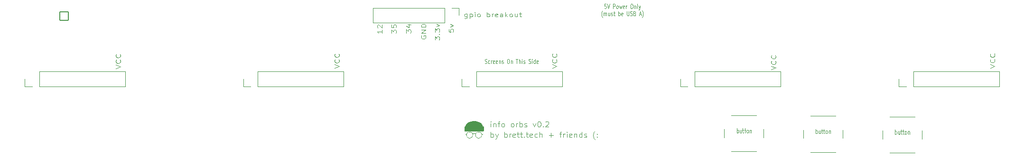
<source format=gto>
%TF.GenerationSoftware,KiCad,Pcbnew,8.0.5*%
%TF.CreationDate,2024-09-09T15:54:14+02:00*%
%TF.ProjectId,info_orbs,696e666f-5f6f-4726-9273-2e6b69636164,rev?*%
%TF.SameCoordinates,Original*%
%TF.FileFunction,Legend,Top*%
%TF.FilePolarity,Positive*%
%FSLAX46Y46*%
G04 Gerber Fmt 4.6, Leading zero omitted, Abs format (unit mm)*
G04 Created by KiCad (PCBNEW 8.0.5) date 2024-09-09 15:54:14*
%MOMM*%
%LPD*%
G01*
G04 APERTURE LIST*
G04 Aperture macros list*
%AMRoundRect*
0 Rectangle with rounded corners*
0 $1 Rounding radius*
0 $2 $3 $4 $5 $6 $7 $8 $9 X,Y pos of 4 corners*
0 Add a 4 corners polygon primitive as box body*
4,1,4,$2,$3,$4,$5,$6,$7,$8,$9,$2,$3,0*
0 Add four circle primitives for the rounded corners*
1,1,$1+$1,$2,$3*
1,1,$1+$1,$4,$5*
1,1,$1+$1,$6,$7*
1,1,$1+$1,$8,$9*
0 Add four rect primitives between the rounded corners*
20,1,$1+$1,$2,$3,$4,$5,0*
20,1,$1+$1,$4,$5,$6,$7,0*
20,1,$1+$1,$6,$7,$8,$9,0*
20,1,$1+$1,$8,$9,$2,$3,0*%
G04 Aperture macros list end*
%ADD10C,0.100000*%
%ADD11C,0.120000*%
%ADD12C,0.000000*%
%ADD13R,1.700000X1.700000*%
%ADD14O,1.700000X1.700000*%
%ADD15C,2.000000*%
%ADD16RoundRect,0.102000X-0.780000X0.780000X-0.780000X-0.780000X0.780000X-0.780000X0.780000X0.780000X0*%
%ADD17C,1.764000*%
G04 APERTURE END LIST*
D10*
X119356895Y-67271353D02*
X119356895Y-66652306D01*
X119356895Y-66652306D02*
X119661657Y-66985639D01*
X119661657Y-66985639D02*
X119661657Y-66842782D01*
X119661657Y-66842782D02*
X119699752Y-66747544D01*
X119699752Y-66747544D02*
X119737847Y-66699925D01*
X119737847Y-66699925D02*
X119814038Y-66652306D01*
X119814038Y-66652306D02*
X120004514Y-66652306D01*
X120004514Y-66652306D02*
X120080704Y-66699925D01*
X120080704Y-66699925D02*
X120118800Y-66747544D01*
X120118800Y-66747544D02*
X120156895Y-66842782D01*
X120156895Y-66842782D02*
X120156895Y-67128496D01*
X120156895Y-67128496D02*
X120118800Y-67223734D01*
X120118800Y-67223734D02*
X120080704Y-67271353D01*
X120080704Y-66223734D02*
X120118800Y-66176115D01*
X120118800Y-66176115D02*
X120156895Y-66223734D01*
X120156895Y-66223734D02*
X120118800Y-66271353D01*
X120118800Y-66271353D02*
X120080704Y-66223734D01*
X120080704Y-66223734D02*
X120156895Y-66223734D01*
X119356895Y-65842782D02*
X119356895Y-65223735D01*
X119356895Y-65223735D02*
X119661657Y-65557068D01*
X119661657Y-65557068D02*
X119661657Y-65414211D01*
X119661657Y-65414211D02*
X119699752Y-65318973D01*
X119699752Y-65318973D02*
X119737847Y-65271354D01*
X119737847Y-65271354D02*
X119814038Y-65223735D01*
X119814038Y-65223735D02*
X120004514Y-65223735D01*
X120004514Y-65223735D02*
X120080704Y-65271354D01*
X120080704Y-65271354D02*
X120118800Y-65318973D01*
X120118800Y-65318973D02*
X120156895Y-65414211D01*
X120156895Y-65414211D02*
X120156895Y-65699925D01*
X120156895Y-65699925D02*
X120118800Y-65795163D01*
X120118800Y-65795163D02*
X120080704Y-65842782D01*
X119623561Y-64890401D02*
X120156895Y-64652306D01*
X120156895Y-64652306D02*
X119623561Y-64414211D01*
X101456895Y-72318972D02*
X102256895Y-71985639D01*
X102256895Y-71985639D02*
X101456895Y-71652306D01*
X102180704Y-70747544D02*
X102218800Y-70795163D01*
X102218800Y-70795163D02*
X102256895Y-70938020D01*
X102256895Y-70938020D02*
X102256895Y-71033258D01*
X102256895Y-71033258D02*
X102218800Y-71176115D01*
X102218800Y-71176115D02*
X102142609Y-71271353D01*
X102142609Y-71271353D02*
X102066419Y-71318972D01*
X102066419Y-71318972D02*
X101914038Y-71366591D01*
X101914038Y-71366591D02*
X101799752Y-71366591D01*
X101799752Y-71366591D02*
X101647371Y-71318972D01*
X101647371Y-71318972D02*
X101571180Y-71271353D01*
X101571180Y-71271353D02*
X101494990Y-71176115D01*
X101494990Y-71176115D02*
X101456895Y-71033258D01*
X101456895Y-71033258D02*
X101456895Y-70938020D01*
X101456895Y-70938020D02*
X101494990Y-70795163D01*
X101494990Y-70795163D02*
X101533085Y-70747544D01*
X102180704Y-69747544D02*
X102218800Y-69795163D01*
X102218800Y-69795163D02*
X102256895Y-69938020D01*
X102256895Y-69938020D02*
X102256895Y-70033258D01*
X102256895Y-70033258D02*
X102218800Y-70176115D01*
X102218800Y-70176115D02*
X102142609Y-70271353D01*
X102142609Y-70271353D02*
X102066419Y-70318972D01*
X102066419Y-70318972D02*
X101914038Y-70366591D01*
X101914038Y-70366591D02*
X101799752Y-70366591D01*
X101799752Y-70366591D02*
X101647371Y-70318972D01*
X101647371Y-70318972D02*
X101571180Y-70271353D01*
X101571180Y-70271353D02*
X101494990Y-70176115D01*
X101494990Y-70176115D02*
X101456895Y-70033258D01*
X101456895Y-70033258D02*
X101456895Y-69938020D01*
X101456895Y-69938020D02*
X101494990Y-69795163D01*
X101494990Y-69795163D02*
X101533085Y-69747544D01*
X173214286Y-83896895D02*
X173214286Y-83096895D01*
X173214286Y-83401657D02*
X173271429Y-83363561D01*
X173271429Y-83363561D02*
X173385714Y-83363561D01*
X173385714Y-83363561D02*
X173442857Y-83401657D01*
X173442857Y-83401657D02*
X173471429Y-83439752D01*
X173471429Y-83439752D02*
X173500000Y-83515942D01*
X173500000Y-83515942D02*
X173500000Y-83744514D01*
X173500000Y-83744514D02*
X173471429Y-83820704D01*
X173471429Y-83820704D02*
X173442857Y-83858800D01*
X173442857Y-83858800D02*
X173385714Y-83896895D01*
X173385714Y-83896895D02*
X173271429Y-83896895D01*
X173271429Y-83896895D02*
X173214286Y-83858800D01*
X174014286Y-83363561D02*
X174014286Y-83896895D01*
X173757143Y-83363561D02*
X173757143Y-83782609D01*
X173757143Y-83782609D02*
X173785714Y-83858800D01*
X173785714Y-83858800D02*
X173842857Y-83896895D01*
X173842857Y-83896895D02*
X173928571Y-83896895D01*
X173928571Y-83896895D02*
X173985714Y-83858800D01*
X173985714Y-83858800D02*
X174014286Y-83820704D01*
X174214285Y-83363561D02*
X174442857Y-83363561D01*
X174300000Y-83096895D02*
X174300000Y-83782609D01*
X174300000Y-83782609D02*
X174328571Y-83858800D01*
X174328571Y-83858800D02*
X174385714Y-83896895D01*
X174385714Y-83896895D02*
X174442857Y-83896895D01*
X174557142Y-83363561D02*
X174785714Y-83363561D01*
X174642857Y-83096895D02*
X174642857Y-83782609D01*
X174642857Y-83782609D02*
X174671428Y-83858800D01*
X174671428Y-83858800D02*
X174728571Y-83896895D01*
X174728571Y-83896895D02*
X174785714Y-83896895D01*
X175071428Y-83896895D02*
X175014285Y-83858800D01*
X175014285Y-83858800D02*
X174985714Y-83820704D01*
X174985714Y-83820704D02*
X174957142Y-83744514D01*
X174957142Y-83744514D02*
X174957142Y-83515942D01*
X174957142Y-83515942D02*
X174985714Y-83439752D01*
X174985714Y-83439752D02*
X175014285Y-83401657D01*
X175014285Y-83401657D02*
X175071428Y-83363561D01*
X175071428Y-83363561D02*
X175157142Y-83363561D01*
X175157142Y-83363561D02*
X175214285Y-83401657D01*
X175214285Y-83401657D02*
X175242857Y-83439752D01*
X175242857Y-83439752D02*
X175271428Y-83515942D01*
X175271428Y-83515942D02*
X175271428Y-83744514D01*
X175271428Y-83744514D02*
X175242857Y-83820704D01*
X175242857Y-83820704D02*
X175214285Y-83858800D01*
X175214285Y-83858800D02*
X175157142Y-83896895D01*
X175157142Y-83896895D02*
X175071428Y-83896895D01*
X175528571Y-83363561D02*
X175528571Y-83896895D01*
X175528571Y-83439752D02*
X175557142Y-83401657D01*
X175557142Y-83401657D02*
X175614285Y-83363561D01*
X175614285Y-83363561D02*
X175699999Y-83363561D01*
X175699999Y-83363561D02*
X175757142Y-83401657D01*
X175757142Y-83401657D02*
X175785714Y-83477847D01*
X175785714Y-83477847D02*
X175785714Y-83896895D01*
X187339286Y-84021895D02*
X187339286Y-83221895D01*
X187339286Y-83526657D02*
X187396429Y-83488561D01*
X187396429Y-83488561D02*
X187510714Y-83488561D01*
X187510714Y-83488561D02*
X187567857Y-83526657D01*
X187567857Y-83526657D02*
X187596429Y-83564752D01*
X187596429Y-83564752D02*
X187625000Y-83640942D01*
X187625000Y-83640942D02*
X187625000Y-83869514D01*
X187625000Y-83869514D02*
X187596429Y-83945704D01*
X187596429Y-83945704D02*
X187567857Y-83983800D01*
X187567857Y-83983800D02*
X187510714Y-84021895D01*
X187510714Y-84021895D02*
X187396429Y-84021895D01*
X187396429Y-84021895D02*
X187339286Y-83983800D01*
X188139286Y-83488561D02*
X188139286Y-84021895D01*
X187882143Y-83488561D02*
X187882143Y-83907609D01*
X187882143Y-83907609D02*
X187910714Y-83983800D01*
X187910714Y-83983800D02*
X187967857Y-84021895D01*
X187967857Y-84021895D02*
X188053571Y-84021895D01*
X188053571Y-84021895D02*
X188110714Y-83983800D01*
X188110714Y-83983800D02*
X188139286Y-83945704D01*
X188339285Y-83488561D02*
X188567857Y-83488561D01*
X188425000Y-83221895D02*
X188425000Y-83907609D01*
X188425000Y-83907609D02*
X188453571Y-83983800D01*
X188453571Y-83983800D02*
X188510714Y-84021895D01*
X188510714Y-84021895D02*
X188567857Y-84021895D01*
X188682142Y-83488561D02*
X188910714Y-83488561D01*
X188767857Y-83221895D02*
X188767857Y-83907609D01*
X188767857Y-83907609D02*
X188796428Y-83983800D01*
X188796428Y-83983800D02*
X188853571Y-84021895D01*
X188853571Y-84021895D02*
X188910714Y-84021895D01*
X189196428Y-84021895D02*
X189139285Y-83983800D01*
X189139285Y-83983800D02*
X189110714Y-83945704D01*
X189110714Y-83945704D02*
X189082142Y-83869514D01*
X189082142Y-83869514D02*
X189082142Y-83640942D01*
X189082142Y-83640942D02*
X189110714Y-83564752D01*
X189110714Y-83564752D02*
X189139285Y-83526657D01*
X189139285Y-83526657D02*
X189196428Y-83488561D01*
X189196428Y-83488561D02*
X189282142Y-83488561D01*
X189282142Y-83488561D02*
X189339285Y-83526657D01*
X189339285Y-83526657D02*
X189367857Y-83564752D01*
X189367857Y-83564752D02*
X189396428Y-83640942D01*
X189396428Y-83640942D02*
X189396428Y-83869514D01*
X189396428Y-83869514D02*
X189367857Y-83945704D01*
X189367857Y-83945704D02*
X189339285Y-83983800D01*
X189339285Y-83983800D02*
X189282142Y-84021895D01*
X189282142Y-84021895D02*
X189196428Y-84021895D01*
X189653571Y-83488561D02*
X189653571Y-84021895D01*
X189653571Y-83564752D02*
X189682142Y-83526657D01*
X189682142Y-83526657D02*
X189739285Y-83488561D01*
X189739285Y-83488561D02*
X189824999Y-83488561D01*
X189824999Y-83488561D02*
X189882142Y-83526657D01*
X189882142Y-83526657D02*
X189910714Y-83602847D01*
X189910714Y-83602847D02*
X189910714Y-84021895D01*
X149918571Y-60838940D02*
X149632857Y-60838940D01*
X149632857Y-60838940D02*
X149604285Y-61219892D01*
X149604285Y-61219892D02*
X149632857Y-61181797D01*
X149632857Y-61181797D02*
X149690000Y-61143702D01*
X149690000Y-61143702D02*
X149832857Y-61143702D01*
X149832857Y-61143702D02*
X149890000Y-61181797D01*
X149890000Y-61181797D02*
X149918571Y-61219892D01*
X149918571Y-61219892D02*
X149947142Y-61296083D01*
X149947142Y-61296083D02*
X149947142Y-61486559D01*
X149947142Y-61486559D02*
X149918571Y-61562749D01*
X149918571Y-61562749D02*
X149890000Y-61600845D01*
X149890000Y-61600845D02*
X149832857Y-61638940D01*
X149832857Y-61638940D02*
X149690000Y-61638940D01*
X149690000Y-61638940D02*
X149632857Y-61600845D01*
X149632857Y-61600845D02*
X149604285Y-61562749D01*
X150118571Y-60838940D02*
X150318571Y-61638940D01*
X150318571Y-61638940D02*
X150518571Y-60838940D01*
X151175715Y-61638940D02*
X151175715Y-60838940D01*
X151175715Y-60838940D02*
X151404286Y-60838940D01*
X151404286Y-60838940D02*
X151461429Y-60877035D01*
X151461429Y-60877035D02*
X151490000Y-60915130D01*
X151490000Y-60915130D02*
X151518572Y-60991321D01*
X151518572Y-60991321D02*
X151518572Y-61105606D01*
X151518572Y-61105606D02*
X151490000Y-61181797D01*
X151490000Y-61181797D02*
X151461429Y-61219892D01*
X151461429Y-61219892D02*
X151404286Y-61257987D01*
X151404286Y-61257987D02*
X151175715Y-61257987D01*
X151861429Y-61638940D02*
X151804286Y-61600845D01*
X151804286Y-61600845D02*
X151775715Y-61562749D01*
X151775715Y-61562749D02*
X151747143Y-61486559D01*
X151747143Y-61486559D02*
X151747143Y-61257987D01*
X151747143Y-61257987D02*
X151775715Y-61181797D01*
X151775715Y-61181797D02*
X151804286Y-61143702D01*
X151804286Y-61143702D02*
X151861429Y-61105606D01*
X151861429Y-61105606D02*
X151947143Y-61105606D01*
X151947143Y-61105606D02*
X152004286Y-61143702D01*
X152004286Y-61143702D02*
X152032858Y-61181797D01*
X152032858Y-61181797D02*
X152061429Y-61257987D01*
X152061429Y-61257987D02*
X152061429Y-61486559D01*
X152061429Y-61486559D02*
X152032858Y-61562749D01*
X152032858Y-61562749D02*
X152004286Y-61600845D01*
X152004286Y-61600845D02*
X151947143Y-61638940D01*
X151947143Y-61638940D02*
X151861429Y-61638940D01*
X152261429Y-61105606D02*
X152375715Y-61638940D01*
X152375715Y-61638940D02*
X152490000Y-61257987D01*
X152490000Y-61257987D02*
X152604286Y-61638940D01*
X152604286Y-61638940D02*
X152718572Y-61105606D01*
X153175714Y-61600845D02*
X153118571Y-61638940D01*
X153118571Y-61638940D02*
X153004286Y-61638940D01*
X153004286Y-61638940D02*
X152947143Y-61600845D01*
X152947143Y-61600845D02*
X152918571Y-61524654D01*
X152918571Y-61524654D02*
X152918571Y-61219892D01*
X152918571Y-61219892D02*
X152947143Y-61143702D01*
X152947143Y-61143702D02*
X153004286Y-61105606D01*
X153004286Y-61105606D02*
X153118571Y-61105606D01*
X153118571Y-61105606D02*
X153175714Y-61143702D01*
X153175714Y-61143702D02*
X153204286Y-61219892D01*
X153204286Y-61219892D02*
X153204286Y-61296083D01*
X153204286Y-61296083D02*
X152918571Y-61372273D01*
X153461429Y-61638940D02*
X153461429Y-61105606D01*
X153461429Y-61257987D02*
X153490000Y-61181797D01*
X153490000Y-61181797D02*
X153518572Y-61143702D01*
X153518572Y-61143702D02*
X153575714Y-61105606D01*
X153575714Y-61105606D02*
X153632857Y-61105606D01*
X154404286Y-60838940D02*
X154518572Y-60838940D01*
X154518572Y-60838940D02*
X154575715Y-60877035D01*
X154575715Y-60877035D02*
X154632858Y-60953225D01*
X154632858Y-60953225D02*
X154661429Y-61105606D01*
X154661429Y-61105606D02*
X154661429Y-61372273D01*
X154661429Y-61372273D02*
X154632858Y-61524654D01*
X154632858Y-61524654D02*
X154575715Y-61600845D01*
X154575715Y-61600845D02*
X154518572Y-61638940D01*
X154518572Y-61638940D02*
X154404286Y-61638940D01*
X154404286Y-61638940D02*
X154347144Y-61600845D01*
X154347144Y-61600845D02*
X154290001Y-61524654D01*
X154290001Y-61524654D02*
X154261429Y-61372273D01*
X154261429Y-61372273D02*
X154261429Y-61105606D01*
X154261429Y-61105606D02*
X154290001Y-60953225D01*
X154290001Y-60953225D02*
X154347144Y-60877035D01*
X154347144Y-60877035D02*
X154404286Y-60838940D01*
X154918572Y-61105606D02*
X154918572Y-61638940D01*
X154918572Y-61181797D02*
X154947143Y-61143702D01*
X154947143Y-61143702D02*
X155004286Y-61105606D01*
X155004286Y-61105606D02*
X155090000Y-61105606D01*
X155090000Y-61105606D02*
X155147143Y-61143702D01*
X155147143Y-61143702D02*
X155175715Y-61219892D01*
X155175715Y-61219892D02*
X155175715Y-61638940D01*
X155547143Y-61638940D02*
X155490000Y-61600845D01*
X155490000Y-61600845D02*
X155461429Y-61524654D01*
X155461429Y-61524654D02*
X155461429Y-60838940D01*
X155718572Y-61105606D02*
X155861429Y-61638940D01*
X156004286Y-61105606D02*
X155861429Y-61638940D01*
X155861429Y-61638940D02*
X155804286Y-61829416D01*
X155804286Y-61829416D02*
X155775715Y-61867511D01*
X155775715Y-61867511D02*
X155718572Y-61905606D01*
X149247142Y-63231657D02*
X149218571Y-63193561D01*
X149218571Y-63193561D02*
X149161428Y-63079276D01*
X149161428Y-63079276D02*
X149132857Y-63003085D01*
X149132857Y-63003085D02*
X149104285Y-62888800D01*
X149104285Y-62888800D02*
X149075714Y-62698323D01*
X149075714Y-62698323D02*
X149075714Y-62545942D01*
X149075714Y-62545942D02*
X149104285Y-62355466D01*
X149104285Y-62355466D02*
X149132857Y-62241180D01*
X149132857Y-62241180D02*
X149161428Y-62164990D01*
X149161428Y-62164990D02*
X149218571Y-62050704D01*
X149218571Y-62050704D02*
X149247142Y-62012609D01*
X149475714Y-62926895D02*
X149475714Y-62393561D01*
X149475714Y-62469752D02*
X149504285Y-62431657D01*
X149504285Y-62431657D02*
X149561428Y-62393561D01*
X149561428Y-62393561D02*
X149647142Y-62393561D01*
X149647142Y-62393561D02*
X149704285Y-62431657D01*
X149704285Y-62431657D02*
X149732857Y-62507847D01*
X149732857Y-62507847D02*
X149732857Y-62926895D01*
X149732857Y-62507847D02*
X149761428Y-62431657D01*
X149761428Y-62431657D02*
X149818571Y-62393561D01*
X149818571Y-62393561D02*
X149904285Y-62393561D01*
X149904285Y-62393561D02*
X149961428Y-62431657D01*
X149961428Y-62431657D02*
X149989999Y-62507847D01*
X149989999Y-62507847D02*
X149989999Y-62926895D01*
X150532857Y-62393561D02*
X150532857Y-62926895D01*
X150275714Y-62393561D02*
X150275714Y-62812609D01*
X150275714Y-62812609D02*
X150304285Y-62888800D01*
X150304285Y-62888800D02*
X150361428Y-62926895D01*
X150361428Y-62926895D02*
X150447142Y-62926895D01*
X150447142Y-62926895D02*
X150504285Y-62888800D01*
X150504285Y-62888800D02*
X150532857Y-62850704D01*
X150789999Y-62888800D02*
X150847142Y-62926895D01*
X150847142Y-62926895D02*
X150961428Y-62926895D01*
X150961428Y-62926895D02*
X151018571Y-62888800D01*
X151018571Y-62888800D02*
X151047142Y-62812609D01*
X151047142Y-62812609D02*
X151047142Y-62774514D01*
X151047142Y-62774514D02*
X151018571Y-62698323D01*
X151018571Y-62698323D02*
X150961428Y-62660228D01*
X150961428Y-62660228D02*
X150875714Y-62660228D01*
X150875714Y-62660228D02*
X150818571Y-62622133D01*
X150818571Y-62622133D02*
X150789999Y-62545942D01*
X150789999Y-62545942D02*
X150789999Y-62507847D01*
X150789999Y-62507847D02*
X150818571Y-62431657D01*
X150818571Y-62431657D02*
X150875714Y-62393561D01*
X150875714Y-62393561D02*
X150961428Y-62393561D01*
X150961428Y-62393561D02*
X151018571Y-62431657D01*
X151218570Y-62393561D02*
X151447142Y-62393561D01*
X151304285Y-62126895D02*
X151304285Y-62812609D01*
X151304285Y-62812609D02*
X151332856Y-62888800D01*
X151332856Y-62888800D02*
X151389999Y-62926895D01*
X151389999Y-62926895D02*
X151447142Y-62926895D01*
X152104285Y-62926895D02*
X152104285Y-62126895D01*
X152104285Y-62431657D02*
X152161428Y-62393561D01*
X152161428Y-62393561D02*
X152275713Y-62393561D01*
X152275713Y-62393561D02*
X152332856Y-62431657D01*
X152332856Y-62431657D02*
X152361428Y-62469752D01*
X152361428Y-62469752D02*
X152389999Y-62545942D01*
X152389999Y-62545942D02*
X152389999Y-62774514D01*
X152389999Y-62774514D02*
X152361428Y-62850704D01*
X152361428Y-62850704D02*
X152332856Y-62888800D01*
X152332856Y-62888800D02*
X152275713Y-62926895D01*
X152275713Y-62926895D02*
X152161428Y-62926895D01*
X152161428Y-62926895D02*
X152104285Y-62888800D01*
X152875713Y-62888800D02*
X152818570Y-62926895D01*
X152818570Y-62926895D02*
X152704285Y-62926895D01*
X152704285Y-62926895D02*
X152647142Y-62888800D01*
X152647142Y-62888800D02*
X152618570Y-62812609D01*
X152618570Y-62812609D02*
X152618570Y-62507847D01*
X152618570Y-62507847D02*
X152647142Y-62431657D01*
X152647142Y-62431657D02*
X152704285Y-62393561D01*
X152704285Y-62393561D02*
X152818570Y-62393561D01*
X152818570Y-62393561D02*
X152875713Y-62431657D01*
X152875713Y-62431657D02*
X152904285Y-62507847D01*
X152904285Y-62507847D02*
X152904285Y-62584038D01*
X152904285Y-62584038D02*
X152618570Y-62660228D01*
X153618571Y-62126895D02*
X153618571Y-62774514D01*
X153618571Y-62774514D02*
X153647142Y-62850704D01*
X153647142Y-62850704D02*
X153675714Y-62888800D01*
X153675714Y-62888800D02*
X153732856Y-62926895D01*
X153732856Y-62926895D02*
X153847142Y-62926895D01*
X153847142Y-62926895D02*
X153904285Y-62888800D01*
X153904285Y-62888800D02*
X153932856Y-62850704D01*
X153932856Y-62850704D02*
X153961428Y-62774514D01*
X153961428Y-62774514D02*
X153961428Y-62126895D01*
X154218570Y-62888800D02*
X154304285Y-62926895D01*
X154304285Y-62926895D02*
X154447142Y-62926895D01*
X154447142Y-62926895D02*
X154504285Y-62888800D01*
X154504285Y-62888800D02*
X154532856Y-62850704D01*
X154532856Y-62850704D02*
X154561427Y-62774514D01*
X154561427Y-62774514D02*
X154561427Y-62698323D01*
X154561427Y-62698323D02*
X154532856Y-62622133D01*
X154532856Y-62622133D02*
X154504285Y-62584038D01*
X154504285Y-62584038D02*
X154447142Y-62545942D01*
X154447142Y-62545942D02*
X154332856Y-62507847D01*
X154332856Y-62507847D02*
X154275713Y-62469752D01*
X154275713Y-62469752D02*
X154247142Y-62431657D01*
X154247142Y-62431657D02*
X154218570Y-62355466D01*
X154218570Y-62355466D02*
X154218570Y-62279276D01*
X154218570Y-62279276D02*
X154247142Y-62203085D01*
X154247142Y-62203085D02*
X154275713Y-62164990D01*
X154275713Y-62164990D02*
X154332856Y-62126895D01*
X154332856Y-62126895D02*
X154475713Y-62126895D01*
X154475713Y-62126895D02*
X154561427Y-62164990D01*
X155018571Y-62507847D02*
X155104285Y-62545942D01*
X155104285Y-62545942D02*
X155132856Y-62584038D01*
X155132856Y-62584038D02*
X155161428Y-62660228D01*
X155161428Y-62660228D02*
X155161428Y-62774514D01*
X155161428Y-62774514D02*
X155132856Y-62850704D01*
X155132856Y-62850704D02*
X155104285Y-62888800D01*
X155104285Y-62888800D02*
X155047142Y-62926895D01*
X155047142Y-62926895D02*
X154818571Y-62926895D01*
X154818571Y-62926895D02*
X154818571Y-62126895D01*
X154818571Y-62126895D02*
X155018571Y-62126895D01*
X155018571Y-62126895D02*
X155075714Y-62164990D01*
X155075714Y-62164990D02*
X155104285Y-62203085D01*
X155104285Y-62203085D02*
X155132856Y-62279276D01*
X155132856Y-62279276D02*
X155132856Y-62355466D01*
X155132856Y-62355466D02*
X155104285Y-62431657D01*
X155104285Y-62431657D02*
X155075714Y-62469752D01*
X155075714Y-62469752D02*
X155018571Y-62507847D01*
X155018571Y-62507847D02*
X154818571Y-62507847D01*
X155847142Y-62698323D02*
X156132857Y-62698323D01*
X155789999Y-62926895D02*
X155989999Y-62126895D01*
X155989999Y-62126895D02*
X156189999Y-62926895D01*
X156332857Y-63231657D02*
X156361428Y-63193561D01*
X156361428Y-63193561D02*
X156418571Y-63079276D01*
X156418571Y-63079276D02*
X156447143Y-63003085D01*
X156447143Y-63003085D02*
X156475714Y-62888800D01*
X156475714Y-62888800D02*
X156504285Y-62698323D01*
X156504285Y-62698323D02*
X156504285Y-62545942D01*
X156504285Y-62545942D02*
X156475714Y-62355466D01*
X156475714Y-62355466D02*
X156447143Y-62241180D01*
X156447143Y-62241180D02*
X156418571Y-62164990D01*
X156418571Y-62164990D02*
X156361428Y-62050704D01*
X156361428Y-62050704D02*
X156332857Y-62012609D01*
X62426895Y-72398972D02*
X63226895Y-72065639D01*
X63226895Y-72065639D02*
X62426895Y-71732306D01*
X63150704Y-70827544D02*
X63188800Y-70875163D01*
X63188800Y-70875163D02*
X63226895Y-71018020D01*
X63226895Y-71018020D02*
X63226895Y-71113258D01*
X63226895Y-71113258D02*
X63188800Y-71256115D01*
X63188800Y-71256115D02*
X63112609Y-71351353D01*
X63112609Y-71351353D02*
X63036419Y-71398972D01*
X63036419Y-71398972D02*
X62884038Y-71446591D01*
X62884038Y-71446591D02*
X62769752Y-71446591D01*
X62769752Y-71446591D02*
X62617371Y-71398972D01*
X62617371Y-71398972D02*
X62541180Y-71351353D01*
X62541180Y-71351353D02*
X62464990Y-71256115D01*
X62464990Y-71256115D02*
X62426895Y-71113258D01*
X62426895Y-71113258D02*
X62426895Y-71018020D01*
X62426895Y-71018020D02*
X62464990Y-70875163D01*
X62464990Y-70875163D02*
X62503085Y-70827544D01*
X63150704Y-69827544D02*
X63188800Y-69875163D01*
X63188800Y-69875163D02*
X63226895Y-70018020D01*
X63226895Y-70018020D02*
X63226895Y-70113258D01*
X63226895Y-70113258D02*
X63188800Y-70256115D01*
X63188800Y-70256115D02*
X63112609Y-70351353D01*
X63112609Y-70351353D02*
X63036419Y-70398972D01*
X63036419Y-70398972D02*
X62884038Y-70446591D01*
X62884038Y-70446591D02*
X62769752Y-70446591D01*
X62769752Y-70446591D02*
X62617371Y-70398972D01*
X62617371Y-70398972D02*
X62541180Y-70351353D01*
X62541180Y-70351353D02*
X62464990Y-70256115D01*
X62464990Y-70256115D02*
X62426895Y-70113258D01*
X62426895Y-70113258D02*
X62426895Y-70018020D01*
X62426895Y-70018020D02*
X62464990Y-69875163D01*
X62464990Y-69875163D02*
X62503085Y-69827544D01*
X109876895Y-65482306D02*
X109876895Y-66053734D01*
X109876895Y-65768020D02*
X109076895Y-65768020D01*
X109076895Y-65768020D02*
X109191180Y-65863258D01*
X109191180Y-65863258D02*
X109267371Y-65958496D01*
X109267371Y-65958496D02*
X109305466Y-66053734D01*
X109153085Y-65101353D02*
X109114990Y-65053734D01*
X109114990Y-65053734D02*
X109076895Y-64958496D01*
X109076895Y-64958496D02*
X109076895Y-64720401D01*
X109076895Y-64720401D02*
X109114990Y-64625163D01*
X109114990Y-64625163D02*
X109153085Y-64577544D01*
X109153085Y-64577544D02*
X109229276Y-64529925D01*
X109229276Y-64529925D02*
X109305466Y-64529925D01*
X109305466Y-64529925D02*
X109419752Y-64577544D01*
X109419752Y-64577544D02*
X109876895Y-65148972D01*
X109876895Y-65148972D02*
X109876895Y-64529925D01*
X114236895Y-66021353D02*
X114236895Y-65402306D01*
X114236895Y-65402306D02*
X114541657Y-65735639D01*
X114541657Y-65735639D02*
X114541657Y-65592782D01*
X114541657Y-65592782D02*
X114579752Y-65497544D01*
X114579752Y-65497544D02*
X114617847Y-65449925D01*
X114617847Y-65449925D02*
X114694038Y-65402306D01*
X114694038Y-65402306D02*
X114884514Y-65402306D01*
X114884514Y-65402306D02*
X114960704Y-65449925D01*
X114960704Y-65449925D02*
X114998800Y-65497544D01*
X114998800Y-65497544D02*
X115036895Y-65592782D01*
X115036895Y-65592782D02*
X115036895Y-65878496D01*
X115036895Y-65878496D02*
X114998800Y-65973734D01*
X114998800Y-65973734D02*
X114960704Y-66021353D01*
X114503561Y-64545163D02*
X115036895Y-64545163D01*
X114198800Y-64783258D02*
X114770228Y-65021353D01*
X114770228Y-65021353D02*
X114770228Y-64402306D01*
X140296895Y-72318972D02*
X141096895Y-71985639D01*
X141096895Y-71985639D02*
X140296895Y-71652306D01*
X141020704Y-70747544D02*
X141058800Y-70795163D01*
X141058800Y-70795163D02*
X141096895Y-70938020D01*
X141096895Y-70938020D02*
X141096895Y-71033258D01*
X141096895Y-71033258D02*
X141058800Y-71176115D01*
X141058800Y-71176115D02*
X140982609Y-71271353D01*
X140982609Y-71271353D02*
X140906419Y-71318972D01*
X140906419Y-71318972D02*
X140754038Y-71366591D01*
X140754038Y-71366591D02*
X140639752Y-71366591D01*
X140639752Y-71366591D02*
X140487371Y-71318972D01*
X140487371Y-71318972D02*
X140411180Y-71271353D01*
X140411180Y-71271353D02*
X140334990Y-71176115D01*
X140334990Y-71176115D02*
X140296895Y-71033258D01*
X140296895Y-71033258D02*
X140296895Y-70938020D01*
X140296895Y-70938020D02*
X140334990Y-70795163D01*
X140334990Y-70795163D02*
X140373085Y-70747544D01*
X141020704Y-69747544D02*
X141058800Y-69795163D01*
X141058800Y-69795163D02*
X141096895Y-69938020D01*
X141096895Y-69938020D02*
X141096895Y-70033258D01*
X141096895Y-70033258D02*
X141058800Y-70176115D01*
X141058800Y-70176115D02*
X140982609Y-70271353D01*
X140982609Y-70271353D02*
X140906419Y-70318972D01*
X140906419Y-70318972D02*
X140754038Y-70366591D01*
X140754038Y-70366591D02*
X140639752Y-70366591D01*
X140639752Y-70366591D02*
X140487371Y-70318972D01*
X140487371Y-70318972D02*
X140411180Y-70271353D01*
X140411180Y-70271353D02*
X140334990Y-70176115D01*
X140334990Y-70176115D02*
X140296895Y-70033258D01*
X140296895Y-70033258D02*
X140296895Y-69938020D01*
X140296895Y-69938020D02*
X140334990Y-69795163D01*
X140334990Y-69795163D02*
X140373085Y-69747544D01*
X121826895Y-65329925D02*
X121826895Y-65806115D01*
X121826895Y-65806115D02*
X122207847Y-65853734D01*
X122207847Y-65853734D02*
X122169752Y-65806115D01*
X122169752Y-65806115D02*
X122131657Y-65710877D01*
X122131657Y-65710877D02*
X122131657Y-65472782D01*
X122131657Y-65472782D02*
X122169752Y-65377544D01*
X122169752Y-65377544D02*
X122207847Y-65329925D01*
X122207847Y-65329925D02*
X122284038Y-65282306D01*
X122284038Y-65282306D02*
X122474514Y-65282306D01*
X122474514Y-65282306D02*
X122550704Y-65329925D01*
X122550704Y-65329925D02*
X122588800Y-65377544D01*
X122588800Y-65377544D02*
X122626895Y-65472782D01*
X122626895Y-65472782D02*
X122626895Y-65710877D01*
X122626895Y-65710877D02*
X122588800Y-65806115D01*
X122588800Y-65806115D02*
X122550704Y-65853734D01*
X122093561Y-64948972D02*
X122626895Y-64710877D01*
X122626895Y-64710877D02*
X122093561Y-64472782D01*
X116944990Y-66512306D02*
X116906895Y-66607544D01*
X116906895Y-66607544D02*
X116906895Y-66750401D01*
X116906895Y-66750401D02*
X116944990Y-66893258D01*
X116944990Y-66893258D02*
X117021180Y-66988496D01*
X117021180Y-66988496D02*
X117097371Y-67036115D01*
X117097371Y-67036115D02*
X117249752Y-67083734D01*
X117249752Y-67083734D02*
X117364038Y-67083734D01*
X117364038Y-67083734D02*
X117516419Y-67036115D01*
X117516419Y-67036115D02*
X117592609Y-66988496D01*
X117592609Y-66988496D02*
X117668800Y-66893258D01*
X117668800Y-66893258D02*
X117706895Y-66750401D01*
X117706895Y-66750401D02*
X117706895Y-66655163D01*
X117706895Y-66655163D02*
X117668800Y-66512306D01*
X117668800Y-66512306D02*
X117630704Y-66464687D01*
X117630704Y-66464687D02*
X117364038Y-66464687D01*
X117364038Y-66464687D02*
X117364038Y-66655163D01*
X117706895Y-66036115D02*
X116906895Y-66036115D01*
X116906895Y-66036115D02*
X117706895Y-65464687D01*
X117706895Y-65464687D02*
X116906895Y-65464687D01*
X117706895Y-64988496D02*
X116906895Y-64988496D01*
X116906895Y-64988496D02*
X116906895Y-64750401D01*
X116906895Y-64750401D02*
X116944990Y-64607544D01*
X116944990Y-64607544D02*
X117021180Y-64512306D01*
X117021180Y-64512306D02*
X117097371Y-64464687D01*
X117097371Y-64464687D02*
X117249752Y-64417068D01*
X117249752Y-64417068D02*
X117364038Y-64417068D01*
X117364038Y-64417068D02*
X117516419Y-64464687D01*
X117516419Y-64464687D02*
X117592609Y-64512306D01*
X117592609Y-64512306D02*
X117668800Y-64607544D01*
X117668800Y-64607544D02*
X117706895Y-64750401D01*
X117706895Y-64750401D02*
X117706895Y-64988496D01*
X129333884Y-84712419D02*
X129333884Y-83712419D01*
X129333884Y-84093371D02*
X129429122Y-84045752D01*
X129429122Y-84045752D02*
X129619598Y-84045752D01*
X129619598Y-84045752D02*
X129714836Y-84093371D01*
X129714836Y-84093371D02*
X129762455Y-84140990D01*
X129762455Y-84140990D02*
X129810074Y-84236228D01*
X129810074Y-84236228D02*
X129810074Y-84521942D01*
X129810074Y-84521942D02*
X129762455Y-84617180D01*
X129762455Y-84617180D02*
X129714836Y-84664800D01*
X129714836Y-84664800D02*
X129619598Y-84712419D01*
X129619598Y-84712419D02*
X129429122Y-84712419D01*
X129429122Y-84712419D02*
X129333884Y-84664800D01*
X130143408Y-84045752D02*
X130381503Y-84712419D01*
X130619598Y-84045752D02*
X130381503Y-84712419D01*
X130381503Y-84712419D02*
X130286265Y-84950514D01*
X130286265Y-84950514D02*
X130238646Y-84998133D01*
X130238646Y-84998133D02*
X130143408Y-85045752D01*
X131762456Y-84712419D02*
X131762456Y-83712419D01*
X131762456Y-84093371D02*
X131857694Y-84045752D01*
X131857694Y-84045752D02*
X132048170Y-84045752D01*
X132048170Y-84045752D02*
X132143408Y-84093371D01*
X132143408Y-84093371D02*
X132191027Y-84140990D01*
X132191027Y-84140990D02*
X132238646Y-84236228D01*
X132238646Y-84236228D02*
X132238646Y-84521942D01*
X132238646Y-84521942D02*
X132191027Y-84617180D01*
X132191027Y-84617180D02*
X132143408Y-84664800D01*
X132143408Y-84664800D02*
X132048170Y-84712419D01*
X132048170Y-84712419D02*
X131857694Y-84712419D01*
X131857694Y-84712419D02*
X131762456Y-84664800D01*
X132667218Y-84712419D02*
X132667218Y-84045752D01*
X132667218Y-84236228D02*
X132714837Y-84140990D01*
X132714837Y-84140990D02*
X132762456Y-84093371D01*
X132762456Y-84093371D02*
X132857694Y-84045752D01*
X132857694Y-84045752D02*
X132952932Y-84045752D01*
X133667218Y-84664800D02*
X133571980Y-84712419D01*
X133571980Y-84712419D02*
X133381504Y-84712419D01*
X133381504Y-84712419D02*
X133286266Y-84664800D01*
X133286266Y-84664800D02*
X133238647Y-84569561D01*
X133238647Y-84569561D02*
X133238647Y-84188609D01*
X133238647Y-84188609D02*
X133286266Y-84093371D01*
X133286266Y-84093371D02*
X133381504Y-84045752D01*
X133381504Y-84045752D02*
X133571980Y-84045752D01*
X133571980Y-84045752D02*
X133667218Y-84093371D01*
X133667218Y-84093371D02*
X133714837Y-84188609D01*
X133714837Y-84188609D02*
X133714837Y-84283847D01*
X133714837Y-84283847D02*
X133238647Y-84379085D01*
X134000552Y-84045752D02*
X134381504Y-84045752D01*
X134143409Y-83712419D02*
X134143409Y-84569561D01*
X134143409Y-84569561D02*
X134191028Y-84664800D01*
X134191028Y-84664800D02*
X134286266Y-84712419D01*
X134286266Y-84712419D02*
X134381504Y-84712419D01*
X134571981Y-84045752D02*
X134952933Y-84045752D01*
X134714838Y-83712419D02*
X134714838Y-84569561D01*
X134714838Y-84569561D02*
X134762457Y-84664800D01*
X134762457Y-84664800D02*
X134857695Y-84712419D01*
X134857695Y-84712419D02*
X134952933Y-84712419D01*
X135286267Y-84617180D02*
X135333886Y-84664800D01*
X135333886Y-84664800D02*
X135286267Y-84712419D01*
X135286267Y-84712419D02*
X135238648Y-84664800D01*
X135238648Y-84664800D02*
X135286267Y-84617180D01*
X135286267Y-84617180D02*
X135286267Y-84712419D01*
X135619600Y-84045752D02*
X136000552Y-84045752D01*
X135762457Y-83712419D02*
X135762457Y-84569561D01*
X135762457Y-84569561D02*
X135810076Y-84664800D01*
X135810076Y-84664800D02*
X135905314Y-84712419D01*
X135905314Y-84712419D02*
X136000552Y-84712419D01*
X136714838Y-84664800D02*
X136619600Y-84712419D01*
X136619600Y-84712419D02*
X136429124Y-84712419D01*
X136429124Y-84712419D02*
X136333886Y-84664800D01*
X136333886Y-84664800D02*
X136286267Y-84569561D01*
X136286267Y-84569561D02*
X136286267Y-84188609D01*
X136286267Y-84188609D02*
X136333886Y-84093371D01*
X136333886Y-84093371D02*
X136429124Y-84045752D01*
X136429124Y-84045752D02*
X136619600Y-84045752D01*
X136619600Y-84045752D02*
X136714838Y-84093371D01*
X136714838Y-84093371D02*
X136762457Y-84188609D01*
X136762457Y-84188609D02*
X136762457Y-84283847D01*
X136762457Y-84283847D02*
X136286267Y-84379085D01*
X137619600Y-84664800D02*
X137524362Y-84712419D01*
X137524362Y-84712419D02*
X137333886Y-84712419D01*
X137333886Y-84712419D02*
X137238648Y-84664800D01*
X137238648Y-84664800D02*
X137191029Y-84617180D01*
X137191029Y-84617180D02*
X137143410Y-84521942D01*
X137143410Y-84521942D02*
X137143410Y-84236228D01*
X137143410Y-84236228D02*
X137191029Y-84140990D01*
X137191029Y-84140990D02*
X137238648Y-84093371D01*
X137238648Y-84093371D02*
X137333886Y-84045752D01*
X137333886Y-84045752D02*
X137524362Y-84045752D01*
X137524362Y-84045752D02*
X137619600Y-84093371D01*
X138048172Y-84712419D02*
X138048172Y-83712419D01*
X138476743Y-84712419D02*
X138476743Y-84188609D01*
X138476743Y-84188609D02*
X138429124Y-84093371D01*
X138429124Y-84093371D02*
X138333886Y-84045752D01*
X138333886Y-84045752D02*
X138191029Y-84045752D01*
X138191029Y-84045752D02*
X138095791Y-84093371D01*
X138095791Y-84093371D02*
X138048172Y-84140990D01*
X139714839Y-84331466D02*
X140476744Y-84331466D01*
X140095791Y-84712419D02*
X140095791Y-83950514D01*
X141571982Y-84045752D02*
X141952934Y-84045752D01*
X141714839Y-84712419D02*
X141714839Y-83855276D01*
X141714839Y-83855276D02*
X141762458Y-83760038D01*
X141762458Y-83760038D02*
X141857696Y-83712419D01*
X141857696Y-83712419D02*
X141952934Y-83712419D01*
X142286268Y-84712419D02*
X142286268Y-84045752D01*
X142286268Y-84236228D02*
X142333887Y-84140990D01*
X142333887Y-84140990D02*
X142381506Y-84093371D01*
X142381506Y-84093371D02*
X142476744Y-84045752D01*
X142476744Y-84045752D02*
X142571982Y-84045752D01*
X142905316Y-84712419D02*
X142905316Y-84045752D01*
X142905316Y-83712419D02*
X142857697Y-83760038D01*
X142857697Y-83760038D02*
X142905316Y-83807657D01*
X142905316Y-83807657D02*
X142952935Y-83760038D01*
X142952935Y-83760038D02*
X142905316Y-83712419D01*
X142905316Y-83712419D02*
X142905316Y-83807657D01*
X143762458Y-84664800D02*
X143667220Y-84712419D01*
X143667220Y-84712419D02*
X143476744Y-84712419D01*
X143476744Y-84712419D02*
X143381506Y-84664800D01*
X143381506Y-84664800D02*
X143333887Y-84569561D01*
X143333887Y-84569561D02*
X143333887Y-84188609D01*
X143333887Y-84188609D02*
X143381506Y-84093371D01*
X143381506Y-84093371D02*
X143476744Y-84045752D01*
X143476744Y-84045752D02*
X143667220Y-84045752D01*
X143667220Y-84045752D02*
X143762458Y-84093371D01*
X143762458Y-84093371D02*
X143810077Y-84188609D01*
X143810077Y-84188609D02*
X143810077Y-84283847D01*
X143810077Y-84283847D02*
X143333887Y-84379085D01*
X144238649Y-84045752D02*
X144238649Y-84712419D01*
X144238649Y-84140990D02*
X144286268Y-84093371D01*
X144286268Y-84093371D02*
X144381506Y-84045752D01*
X144381506Y-84045752D02*
X144524363Y-84045752D01*
X144524363Y-84045752D02*
X144619601Y-84093371D01*
X144619601Y-84093371D02*
X144667220Y-84188609D01*
X144667220Y-84188609D02*
X144667220Y-84712419D01*
X145571982Y-84712419D02*
X145571982Y-83712419D01*
X145571982Y-84664800D02*
X145476744Y-84712419D01*
X145476744Y-84712419D02*
X145286268Y-84712419D01*
X145286268Y-84712419D02*
X145191030Y-84664800D01*
X145191030Y-84664800D02*
X145143411Y-84617180D01*
X145143411Y-84617180D02*
X145095792Y-84521942D01*
X145095792Y-84521942D02*
X145095792Y-84236228D01*
X145095792Y-84236228D02*
X145143411Y-84140990D01*
X145143411Y-84140990D02*
X145191030Y-84093371D01*
X145191030Y-84093371D02*
X145286268Y-84045752D01*
X145286268Y-84045752D02*
X145476744Y-84045752D01*
X145476744Y-84045752D02*
X145571982Y-84093371D01*
X146000554Y-84664800D02*
X146095792Y-84712419D01*
X146095792Y-84712419D02*
X146286268Y-84712419D01*
X146286268Y-84712419D02*
X146381506Y-84664800D01*
X146381506Y-84664800D02*
X146429125Y-84569561D01*
X146429125Y-84569561D02*
X146429125Y-84521942D01*
X146429125Y-84521942D02*
X146381506Y-84426704D01*
X146381506Y-84426704D02*
X146286268Y-84379085D01*
X146286268Y-84379085D02*
X146143411Y-84379085D01*
X146143411Y-84379085D02*
X146048173Y-84331466D01*
X146048173Y-84331466D02*
X146000554Y-84236228D01*
X146000554Y-84236228D02*
X146000554Y-84188609D01*
X146000554Y-84188609D02*
X146048173Y-84093371D01*
X146048173Y-84093371D02*
X146143411Y-84045752D01*
X146143411Y-84045752D02*
X146286268Y-84045752D01*
X146286268Y-84045752D02*
X146381506Y-84093371D01*
X147905316Y-85093371D02*
X147857697Y-85045752D01*
X147857697Y-85045752D02*
X147762459Y-84902895D01*
X147762459Y-84902895D02*
X147714840Y-84807657D01*
X147714840Y-84807657D02*
X147667221Y-84664800D01*
X147667221Y-84664800D02*
X147619602Y-84426704D01*
X147619602Y-84426704D02*
X147619602Y-84236228D01*
X147619602Y-84236228D02*
X147667221Y-83998133D01*
X147667221Y-83998133D02*
X147714840Y-83855276D01*
X147714840Y-83855276D02*
X147762459Y-83760038D01*
X147762459Y-83760038D02*
X147857697Y-83617180D01*
X147857697Y-83617180D02*
X147905316Y-83569561D01*
X148286269Y-84617180D02*
X148333888Y-84664800D01*
X148333888Y-84664800D02*
X148286269Y-84712419D01*
X148286269Y-84712419D02*
X148238650Y-84664800D01*
X148238650Y-84664800D02*
X148286269Y-84617180D01*
X148286269Y-84617180D02*
X148286269Y-84712419D01*
X148286269Y-84093371D02*
X148333888Y-84140990D01*
X148333888Y-84140990D02*
X148286269Y-84188609D01*
X148286269Y-84188609D02*
X148238650Y-84140990D01*
X148238650Y-84140990D02*
X148286269Y-84093371D01*
X148286269Y-84093371D02*
X148286269Y-84188609D01*
X201464286Y-84146895D02*
X201464286Y-83346895D01*
X201464286Y-83651657D02*
X201521429Y-83613561D01*
X201521429Y-83613561D02*
X201635714Y-83613561D01*
X201635714Y-83613561D02*
X201692857Y-83651657D01*
X201692857Y-83651657D02*
X201721429Y-83689752D01*
X201721429Y-83689752D02*
X201750000Y-83765942D01*
X201750000Y-83765942D02*
X201750000Y-83994514D01*
X201750000Y-83994514D02*
X201721429Y-84070704D01*
X201721429Y-84070704D02*
X201692857Y-84108800D01*
X201692857Y-84108800D02*
X201635714Y-84146895D01*
X201635714Y-84146895D02*
X201521429Y-84146895D01*
X201521429Y-84146895D02*
X201464286Y-84108800D01*
X202264286Y-83613561D02*
X202264286Y-84146895D01*
X202007143Y-83613561D02*
X202007143Y-84032609D01*
X202007143Y-84032609D02*
X202035714Y-84108800D01*
X202035714Y-84108800D02*
X202092857Y-84146895D01*
X202092857Y-84146895D02*
X202178571Y-84146895D01*
X202178571Y-84146895D02*
X202235714Y-84108800D01*
X202235714Y-84108800D02*
X202264286Y-84070704D01*
X202464285Y-83613561D02*
X202692857Y-83613561D01*
X202550000Y-83346895D02*
X202550000Y-84032609D01*
X202550000Y-84032609D02*
X202578571Y-84108800D01*
X202578571Y-84108800D02*
X202635714Y-84146895D01*
X202635714Y-84146895D02*
X202692857Y-84146895D01*
X202807142Y-83613561D02*
X203035714Y-83613561D01*
X202892857Y-83346895D02*
X202892857Y-84032609D01*
X202892857Y-84032609D02*
X202921428Y-84108800D01*
X202921428Y-84108800D02*
X202978571Y-84146895D01*
X202978571Y-84146895D02*
X203035714Y-84146895D01*
X203321428Y-84146895D02*
X203264285Y-84108800D01*
X203264285Y-84108800D02*
X203235714Y-84070704D01*
X203235714Y-84070704D02*
X203207142Y-83994514D01*
X203207142Y-83994514D02*
X203207142Y-83765942D01*
X203207142Y-83765942D02*
X203235714Y-83689752D01*
X203235714Y-83689752D02*
X203264285Y-83651657D01*
X203264285Y-83651657D02*
X203321428Y-83613561D01*
X203321428Y-83613561D02*
X203407142Y-83613561D01*
X203407142Y-83613561D02*
X203464285Y-83651657D01*
X203464285Y-83651657D02*
X203492857Y-83689752D01*
X203492857Y-83689752D02*
X203521428Y-83765942D01*
X203521428Y-83765942D02*
X203521428Y-83994514D01*
X203521428Y-83994514D02*
X203492857Y-84070704D01*
X203492857Y-84070704D02*
X203464285Y-84108800D01*
X203464285Y-84108800D02*
X203407142Y-84146895D01*
X203407142Y-84146895D02*
X203321428Y-84146895D01*
X203778571Y-83613561D02*
X203778571Y-84146895D01*
X203778571Y-83689752D02*
X203807142Y-83651657D01*
X203807142Y-83651657D02*
X203864285Y-83613561D01*
X203864285Y-83613561D02*
X203949999Y-83613561D01*
X203949999Y-83613561D02*
X204007142Y-83651657D01*
X204007142Y-83651657D02*
X204035714Y-83727847D01*
X204035714Y-83727847D02*
X204035714Y-84146895D01*
X125102455Y-62583561D02*
X125102455Y-63231180D01*
X125102455Y-63231180D02*
X125054836Y-63307371D01*
X125054836Y-63307371D02*
X125007217Y-63345466D01*
X125007217Y-63345466D02*
X124911979Y-63383561D01*
X124911979Y-63383561D02*
X124769122Y-63383561D01*
X124769122Y-63383561D02*
X124673884Y-63345466D01*
X125102455Y-63078800D02*
X125007217Y-63116895D01*
X125007217Y-63116895D02*
X124816741Y-63116895D01*
X124816741Y-63116895D02*
X124721503Y-63078800D01*
X124721503Y-63078800D02*
X124673884Y-63040704D01*
X124673884Y-63040704D02*
X124626265Y-62964514D01*
X124626265Y-62964514D02*
X124626265Y-62735942D01*
X124626265Y-62735942D02*
X124673884Y-62659752D01*
X124673884Y-62659752D02*
X124721503Y-62621657D01*
X124721503Y-62621657D02*
X124816741Y-62583561D01*
X124816741Y-62583561D02*
X125007217Y-62583561D01*
X125007217Y-62583561D02*
X125102455Y-62621657D01*
X125578646Y-62583561D02*
X125578646Y-63383561D01*
X125578646Y-62621657D02*
X125673884Y-62583561D01*
X125673884Y-62583561D02*
X125864360Y-62583561D01*
X125864360Y-62583561D02*
X125959598Y-62621657D01*
X125959598Y-62621657D02*
X126007217Y-62659752D01*
X126007217Y-62659752D02*
X126054836Y-62735942D01*
X126054836Y-62735942D02*
X126054836Y-62964514D01*
X126054836Y-62964514D02*
X126007217Y-63040704D01*
X126007217Y-63040704D02*
X125959598Y-63078800D01*
X125959598Y-63078800D02*
X125864360Y-63116895D01*
X125864360Y-63116895D02*
X125673884Y-63116895D01*
X125673884Y-63116895D02*
X125578646Y-63078800D01*
X126483408Y-63116895D02*
X126483408Y-62583561D01*
X126483408Y-62316895D02*
X126435789Y-62354990D01*
X126435789Y-62354990D02*
X126483408Y-62393085D01*
X126483408Y-62393085D02*
X126531027Y-62354990D01*
X126531027Y-62354990D02*
X126483408Y-62316895D01*
X126483408Y-62316895D02*
X126483408Y-62393085D01*
X127102455Y-63116895D02*
X127007217Y-63078800D01*
X127007217Y-63078800D02*
X126959598Y-63040704D01*
X126959598Y-63040704D02*
X126911979Y-62964514D01*
X126911979Y-62964514D02*
X126911979Y-62735942D01*
X126911979Y-62735942D02*
X126959598Y-62659752D01*
X126959598Y-62659752D02*
X127007217Y-62621657D01*
X127007217Y-62621657D02*
X127102455Y-62583561D01*
X127102455Y-62583561D02*
X127245312Y-62583561D01*
X127245312Y-62583561D02*
X127340550Y-62621657D01*
X127340550Y-62621657D02*
X127388169Y-62659752D01*
X127388169Y-62659752D02*
X127435788Y-62735942D01*
X127435788Y-62735942D02*
X127435788Y-62964514D01*
X127435788Y-62964514D02*
X127388169Y-63040704D01*
X127388169Y-63040704D02*
X127340550Y-63078800D01*
X127340550Y-63078800D02*
X127245312Y-63116895D01*
X127245312Y-63116895D02*
X127102455Y-63116895D01*
X128626265Y-63116895D02*
X128626265Y-62316895D01*
X128626265Y-62621657D02*
X128721503Y-62583561D01*
X128721503Y-62583561D02*
X128911979Y-62583561D01*
X128911979Y-62583561D02*
X129007217Y-62621657D01*
X129007217Y-62621657D02*
X129054836Y-62659752D01*
X129054836Y-62659752D02*
X129102455Y-62735942D01*
X129102455Y-62735942D02*
X129102455Y-62964514D01*
X129102455Y-62964514D02*
X129054836Y-63040704D01*
X129054836Y-63040704D02*
X129007217Y-63078800D01*
X129007217Y-63078800D02*
X128911979Y-63116895D01*
X128911979Y-63116895D02*
X128721503Y-63116895D01*
X128721503Y-63116895D02*
X128626265Y-63078800D01*
X129531027Y-63116895D02*
X129531027Y-62583561D01*
X129531027Y-62735942D02*
X129578646Y-62659752D01*
X129578646Y-62659752D02*
X129626265Y-62621657D01*
X129626265Y-62621657D02*
X129721503Y-62583561D01*
X129721503Y-62583561D02*
X129816741Y-62583561D01*
X130531027Y-63078800D02*
X130435789Y-63116895D01*
X130435789Y-63116895D02*
X130245313Y-63116895D01*
X130245313Y-63116895D02*
X130150075Y-63078800D01*
X130150075Y-63078800D02*
X130102456Y-63002609D01*
X130102456Y-63002609D02*
X130102456Y-62697847D01*
X130102456Y-62697847D02*
X130150075Y-62621657D01*
X130150075Y-62621657D02*
X130245313Y-62583561D01*
X130245313Y-62583561D02*
X130435789Y-62583561D01*
X130435789Y-62583561D02*
X130531027Y-62621657D01*
X130531027Y-62621657D02*
X130578646Y-62697847D01*
X130578646Y-62697847D02*
X130578646Y-62774038D01*
X130578646Y-62774038D02*
X130102456Y-62850228D01*
X131435789Y-63116895D02*
X131435789Y-62697847D01*
X131435789Y-62697847D02*
X131388170Y-62621657D01*
X131388170Y-62621657D02*
X131292932Y-62583561D01*
X131292932Y-62583561D02*
X131102456Y-62583561D01*
X131102456Y-62583561D02*
X131007218Y-62621657D01*
X131435789Y-63078800D02*
X131340551Y-63116895D01*
X131340551Y-63116895D02*
X131102456Y-63116895D01*
X131102456Y-63116895D02*
X131007218Y-63078800D01*
X131007218Y-63078800D02*
X130959599Y-63002609D01*
X130959599Y-63002609D02*
X130959599Y-62926419D01*
X130959599Y-62926419D02*
X131007218Y-62850228D01*
X131007218Y-62850228D02*
X131102456Y-62812133D01*
X131102456Y-62812133D02*
X131340551Y-62812133D01*
X131340551Y-62812133D02*
X131435789Y-62774038D01*
X131911980Y-63116895D02*
X131911980Y-62316895D01*
X132007218Y-62812133D02*
X132292932Y-63116895D01*
X132292932Y-62583561D02*
X131911980Y-62888323D01*
X132864361Y-63116895D02*
X132769123Y-63078800D01*
X132769123Y-63078800D02*
X132721504Y-63040704D01*
X132721504Y-63040704D02*
X132673885Y-62964514D01*
X132673885Y-62964514D02*
X132673885Y-62735942D01*
X132673885Y-62735942D02*
X132721504Y-62659752D01*
X132721504Y-62659752D02*
X132769123Y-62621657D01*
X132769123Y-62621657D02*
X132864361Y-62583561D01*
X132864361Y-62583561D02*
X133007218Y-62583561D01*
X133007218Y-62583561D02*
X133102456Y-62621657D01*
X133102456Y-62621657D02*
X133150075Y-62659752D01*
X133150075Y-62659752D02*
X133197694Y-62735942D01*
X133197694Y-62735942D02*
X133197694Y-62964514D01*
X133197694Y-62964514D02*
X133150075Y-63040704D01*
X133150075Y-63040704D02*
X133102456Y-63078800D01*
X133102456Y-63078800D02*
X133007218Y-63116895D01*
X133007218Y-63116895D02*
X132864361Y-63116895D01*
X134054837Y-62583561D02*
X134054837Y-63116895D01*
X133626266Y-62583561D02*
X133626266Y-63002609D01*
X133626266Y-63002609D02*
X133673885Y-63078800D01*
X133673885Y-63078800D02*
X133769123Y-63116895D01*
X133769123Y-63116895D02*
X133911980Y-63116895D01*
X133911980Y-63116895D02*
X134007218Y-63078800D01*
X134007218Y-63078800D02*
X134054837Y-63040704D01*
X134388171Y-62583561D02*
X134769123Y-62583561D01*
X134531028Y-62316895D02*
X134531028Y-63002609D01*
X134531028Y-63002609D02*
X134578647Y-63078800D01*
X134578647Y-63078800D02*
X134673885Y-63116895D01*
X134673885Y-63116895D02*
X134769123Y-63116895D01*
X128272856Y-71438800D02*
X128358571Y-71476895D01*
X128358571Y-71476895D02*
X128501428Y-71476895D01*
X128501428Y-71476895D02*
X128558571Y-71438800D01*
X128558571Y-71438800D02*
X128587142Y-71400704D01*
X128587142Y-71400704D02*
X128615713Y-71324514D01*
X128615713Y-71324514D02*
X128615713Y-71248323D01*
X128615713Y-71248323D02*
X128587142Y-71172133D01*
X128587142Y-71172133D02*
X128558571Y-71134038D01*
X128558571Y-71134038D02*
X128501428Y-71095942D01*
X128501428Y-71095942D02*
X128387142Y-71057847D01*
X128387142Y-71057847D02*
X128329999Y-71019752D01*
X128329999Y-71019752D02*
X128301428Y-70981657D01*
X128301428Y-70981657D02*
X128272856Y-70905466D01*
X128272856Y-70905466D02*
X128272856Y-70829276D01*
X128272856Y-70829276D02*
X128301428Y-70753085D01*
X128301428Y-70753085D02*
X128329999Y-70714990D01*
X128329999Y-70714990D02*
X128387142Y-70676895D01*
X128387142Y-70676895D02*
X128529999Y-70676895D01*
X128529999Y-70676895D02*
X128615713Y-70714990D01*
X129130000Y-71438800D02*
X129072857Y-71476895D01*
X129072857Y-71476895D02*
X128958571Y-71476895D01*
X128958571Y-71476895D02*
X128901428Y-71438800D01*
X128901428Y-71438800D02*
X128872857Y-71400704D01*
X128872857Y-71400704D02*
X128844285Y-71324514D01*
X128844285Y-71324514D02*
X128844285Y-71095942D01*
X128844285Y-71095942D02*
X128872857Y-71019752D01*
X128872857Y-71019752D02*
X128901428Y-70981657D01*
X128901428Y-70981657D02*
X128958571Y-70943561D01*
X128958571Y-70943561D02*
X129072857Y-70943561D01*
X129072857Y-70943561D02*
X129130000Y-70981657D01*
X129387143Y-71476895D02*
X129387143Y-70943561D01*
X129387143Y-71095942D02*
X129415714Y-71019752D01*
X129415714Y-71019752D02*
X129444286Y-70981657D01*
X129444286Y-70981657D02*
X129501428Y-70943561D01*
X129501428Y-70943561D02*
X129558571Y-70943561D01*
X129987143Y-71438800D02*
X129930000Y-71476895D01*
X129930000Y-71476895D02*
X129815715Y-71476895D01*
X129815715Y-71476895D02*
X129758572Y-71438800D01*
X129758572Y-71438800D02*
X129730000Y-71362609D01*
X129730000Y-71362609D02*
X129730000Y-71057847D01*
X129730000Y-71057847D02*
X129758572Y-70981657D01*
X129758572Y-70981657D02*
X129815715Y-70943561D01*
X129815715Y-70943561D02*
X129930000Y-70943561D01*
X129930000Y-70943561D02*
X129987143Y-70981657D01*
X129987143Y-70981657D02*
X130015715Y-71057847D01*
X130015715Y-71057847D02*
X130015715Y-71134038D01*
X130015715Y-71134038D02*
X129730000Y-71210228D01*
X130501429Y-71438800D02*
X130444286Y-71476895D01*
X130444286Y-71476895D02*
X130330001Y-71476895D01*
X130330001Y-71476895D02*
X130272858Y-71438800D01*
X130272858Y-71438800D02*
X130244286Y-71362609D01*
X130244286Y-71362609D02*
X130244286Y-71057847D01*
X130244286Y-71057847D02*
X130272858Y-70981657D01*
X130272858Y-70981657D02*
X130330001Y-70943561D01*
X130330001Y-70943561D02*
X130444286Y-70943561D01*
X130444286Y-70943561D02*
X130501429Y-70981657D01*
X130501429Y-70981657D02*
X130530001Y-71057847D01*
X130530001Y-71057847D02*
X130530001Y-71134038D01*
X130530001Y-71134038D02*
X130244286Y-71210228D01*
X130787144Y-70943561D02*
X130787144Y-71476895D01*
X130787144Y-71019752D02*
X130815715Y-70981657D01*
X130815715Y-70981657D02*
X130872858Y-70943561D01*
X130872858Y-70943561D02*
X130958572Y-70943561D01*
X130958572Y-70943561D02*
X131015715Y-70981657D01*
X131015715Y-70981657D02*
X131044287Y-71057847D01*
X131044287Y-71057847D02*
X131044287Y-71476895D01*
X131301429Y-71438800D02*
X131358572Y-71476895D01*
X131358572Y-71476895D02*
X131472858Y-71476895D01*
X131472858Y-71476895D02*
X131530001Y-71438800D01*
X131530001Y-71438800D02*
X131558572Y-71362609D01*
X131558572Y-71362609D02*
X131558572Y-71324514D01*
X131558572Y-71324514D02*
X131530001Y-71248323D01*
X131530001Y-71248323D02*
X131472858Y-71210228D01*
X131472858Y-71210228D02*
X131387144Y-71210228D01*
X131387144Y-71210228D02*
X131330001Y-71172133D01*
X131330001Y-71172133D02*
X131301429Y-71095942D01*
X131301429Y-71095942D02*
X131301429Y-71057847D01*
X131301429Y-71057847D02*
X131330001Y-70981657D01*
X131330001Y-70981657D02*
X131387144Y-70943561D01*
X131387144Y-70943561D02*
X131472858Y-70943561D01*
X131472858Y-70943561D02*
X131530001Y-70981657D01*
X132387143Y-70676895D02*
X132501429Y-70676895D01*
X132501429Y-70676895D02*
X132558572Y-70714990D01*
X132558572Y-70714990D02*
X132615715Y-70791180D01*
X132615715Y-70791180D02*
X132644286Y-70943561D01*
X132644286Y-70943561D02*
X132644286Y-71210228D01*
X132644286Y-71210228D02*
X132615715Y-71362609D01*
X132615715Y-71362609D02*
X132558572Y-71438800D01*
X132558572Y-71438800D02*
X132501429Y-71476895D01*
X132501429Y-71476895D02*
X132387143Y-71476895D01*
X132387143Y-71476895D02*
X132330001Y-71438800D01*
X132330001Y-71438800D02*
X132272858Y-71362609D01*
X132272858Y-71362609D02*
X132244286Y-71210228D01*
X132244286Y-71210228D02*
X132244286Y-70943561D01*
X132244286Y-70943561D02*
X132272858Y-70791180D01*
X132272858Y-70791180D02*
X132330001Y-70714990D01*
X132330001Y-70714990D02*
X132387143Y-70676895D01*
X132901429Y-70943561D02*
X132901429Y-71476895D01*
X132901429Y-71019752D02*
X132930000Y-70981657D01*
X132930000Y-70981657D02*
X132987143Y-70943561D01*
X132987143Y-70943561D02*
X133072857Y-70943561D01*
X133072857Y-70943561D02*
X133130000Y-70981657D01*
X133130000Y-70981657D02*
X133158572Y-71057847D01*
X133158572Y-71057847D02*
X133158572Y-71476895D01*
X133815714Y-70676895D02*
X134158572Y-70676895D01*
X133987143Y-71476895D02*
X133987143Y-70676895D01*
X134358572Y-71476895D02*
X134358572Y-70676895D01*
X134615715Y-71476895D02*
X134615715Y-71057847D01*
X134615715Y-71057847D02*
X134587143Y-70981657D01*
X134587143Y-70981657D02*
X134530000Y-70943561D01*
X134530000Y-70943561D02*
X134444286Y-70943561D01*
X134444286Y-70943561D02*
X134387143Y-70981657D01*
X134387143Y-70981657D02*
X134358572Y-71019752D01*
X134901429Y-71476895D02*
X134901429Y-70943561D01*
X134901429Y-70676895D02*
X134872857Y-70714990D01*
X134872857Y-70714990D02*
X134901429Y-70753085D01*
X134901429Y-70753085D02*
X134930000Y-70714990D01*
X134930000Y-70714990D02*
X134901429Y-70676895D01*
X134901429Y-70676895D02*
X134901429Y-70753085D01*
X135158571Y-71438800D02*
X135215714Y-71476895D01*
X135215714Y-71476895D02*
X135330000Y-71476895D01*
X135330000Y-71476895D02*
X135387143Y-71438800D01*
X135387143Y-71438800D02*
X135415714Y-71362609D01*
X135415714Y-71362609D02*
X135415714Y-71324514D01*
X135415714Y-71324514D02*
X135387143Y-71248323D01*
X135387143Y-71248323D02*
X135330000Y-71210228D01*
X135330000Y-71210228D02*
X135244286Y-71210228D01*
X135244286Y-71210228D02*
X135187143Y-71172133D01*
X135187143Y-71172133D02*
X135158571Y-71095942D01*
X135158571Y-71095942D02*
X135158571Y-71057847D01*
X135158571Y-71057847D02*
X135187143Y-70981657D01*
X135187143Y-70981657D02*
X135244286Y-70943561D01*
X135244286Y-70943561D02*
X135330000Y-70943561D01*
X135330000Y-70943561D02*
X135387143Y-70981657D01*
X136101428Y-71438800D02*
X136187143Y-71476895D01*
X136187143Y-71476895D02*
X136330000Y-71476895D01*
X136330000Y-71476895D02*
X136387143Y-71438800D01*
X136387143Y-71438800D02*
X136415714Y-71400704D01*
X136415714Y-71400704D02*
X136444285Y-71324514D01*
X136444285Y-71324514D02*
X136444285Y-71248323D01*
X136444285Y-71248323D02*
X136415714Y-71172133D01*
X136415714Y-71172133D02*
X136387143Y-71134038D01*
X136387143Y-71134038D02*
X136330000Y-71095942D01*
X136330000Y-71095942D02*
X136215714Y-71057847D01*
X136215714Y-71057847D02*
X136158571Y-71019752D01*
X136158571Y-71019752D02*
X136130000Y-70981657D01*
X136130000Y-70981657D02*
X136101428Y-70905466D01*
X136101428Y-70905466D02*
X136101428Y-70829276D01*
X136101428Y-70829276D02*
X136130000Y-70753085D01*
X136130000Y-70753085D02*
X136158571Y-70714990D01*
X136158571Y-70714990D02*
X136215714Y-70676895D01*
X136215714Y-70676895D02*
X136358571Y-70676895D01*
X136358571Y-70676895D02*
X136444285Y-70714990D01*
X136701429Y-71476895D02*
X136701429Y-70943561D01*
X136701429Y-70676895D02*
X136672857Y-70714990D01*
X136672857Y-70714990D02*
X136701429Y-70753085D01*
X136701429Y-70753085D02*
X136730000Y-70714990D01*
X136730000Y-70714990D02*
X136701429Y-70676895D01*
X136701429Y-70676895D02*
X136701429Y-70753085D01*
X137244286Y-71476895D02*
X137244286Y-70676895D01*
X137244286Y-71438800D02*
X137187143Y-71476895D01*
X137187143Y-71476895D02*
X137072857Y-71476895D01*
X137072857Y-71476895D02*
X137015714Y-71438800D01*
X137015714Y-71438800D02*
X136987143Y-71400704D01*
X136987143Y-71400704D02*
X136958571Y-71324514D01*
X136958571Y-71324514D02*
X136958571Y-71095942D01*
X136958571Y-71095942D02*
X136987143Y-71019752D01*
X136987143Y-71019752D02*
X137015714Y-70981657D01*
X137015714Y-70981657D02*
X137072857Y-70943561D01*
X137072857Y-70943561D02*
X137187143Y-70943561D01*
X137187143Y-70943561D02*
X137244286Y-70981657D01*
X137758571Y-71438800D02*
X137701428Y-71476895D01*
X137701428Y-71476895D02*
X137587143Y-71476895D01*
X137587143Y-71476895D02*
X137530000Y-71438800D01*
X137530000Y-71438800D02*
X137501428Y-71362609D01*
X137501428Y-71362609D02*
X137501428Y-71057847D01*
X137501428Y-71057847D02*
X137530000Y-70981657D01*
X137530000Y-70981657D02*
X137587143Y-70943561D01*
X137587143Y-70943561D02*
X137701428Y-70943561D01*
X137701428Y-70943561D02*
X137758571Y-70981657D01*
X137758571Y-70981657D02*
X137787143Y-71057847D01*
X137787143Y-71057847D02*
X137787143Y-71134038D01*
X137787143Y-71134038D02*
X137501428Y-71210228D01*
X129333884Y-82852419D02*
X129333884Y-82185752D01*
X129333884Y-81852419D02*
X129286265Y-81900038D01*
X129286265Y-81900038D02*
X129333884Y-81947657D01*
X129333884Y-81947657D02*
X129381503Y-81900038D01*
X129381503Y-81900038D02*
X129333884Y-81852419D01*
X129333884Y-81852419D02*
X129333884Y-81947657D01*
X129810074Y-82185752D02*
X129810074Y-82852419D01*
X129810074Y-82280990D02*
X129857693Y-82233371D01*
X129857693Y-82233371D02*
X129952931Y-82185752D01*
X129952931Y-82185752D02*
X130095788Y-82185752D01*
X130095788Y-82185752D02*
X130191026Y-82233371D01*
X130191026Y-82233371D02*
X130238645Y-82328609D01*
X130238645Y-82328609D02*
X130238645Y-82852419D01*
X130571979Y-82185752D02*
X130952931Y-82185752D01*
X130714836Y-82852419D02*
X130714836Y-81995276D01*
X130714836Y-81995276D02*
X130762455Y-81900038D01*
X130762455Y-81900038D02*
X130857693Y-81852419D01*
X130857693Y-81852419D02*
X130952931Y-81852419D01*
X131429122Y-82852419D02*
X131333884Y-82804800D01*
X131333884Y-82804800D02*
X131286265Y-82757180D01*
X131286265Y-82757180D02*
X131238646Y-82661942D01*
X131238646Y-82661942D02*
X131238646Y-82376228D01*
X131238646Y-82376228D02*
X131286265Y-82280990D01*
X131286265Y-82280990D02*
X131333884Y-82233371D01*
X131333884Y-82233371D02*
X131429122Y-82185752D01*
X131429122Y-82185752D02*
X131571979Y-82185752D01*
X131571979Y-82185752D02*
X131667217Y-82233371D01*
X131667217Y-82233371D02*
X131714836Y-82280990D01*
X131714836Y-82280990D02*
X131762455Y-82376228D01*
X131762455Y-82376228D02*
X131762455Y-82661942D01*
X131762455Y-82661942D02*
X131714836Y-82757180D01*
X131714836Y-82757180D02*
X131667217Y-82804800D01*
X131667217Y-82804800D02*
X131571979Y-82852419D01*
X131571979Y-82852419D02*
X131429122Y-82852419D01*
X133095789Y-82852419D02*
X133000551Y-82804800D01*
X133000551Y-82804800D02*
X132952932Y-82757180D01*
X132952932Y-82757180D02*
X132905313Y-82661942D01*
X132905313Y-82661942D02*
X132905313Y-82376228D01*
X132905313Y-82376228D02*
X132952932Y-82280990D01*
X132952932Y-82280990D02*
X133000551Y-82233371D01*
X133000551Y-82233371D02*
X133095789Y-82185752D01*
X133095789Y-82185752D02*
X133238646Y-82185752D01*
X133238646Y-82185752D02*
X133333884Y-82233371D01*
X133333884Y-82233371D02*
X133381503Y-82280990D01*
X133381503Y-82280990D02*
X133429122Y-82376228D01*
X133429122Y-82376228D02*
X133429122Y-82661942D01*
X133429122Y-82661942D02*
X133381503Y-82757180D01*
X133381503Y-82757180D02*
X133333884Y-82804800D01*
X133333884Y-82804800D02*
X133238646Y-82852419D01*
X133238646Y-82852419D02*
X133095789Y-82852419D01*
X133857694Y-82852419D02*
X133857694Y-82185752D01*
X133857694Y-82376228D02*
X133905313Y-82280990D01*
X133905313Y-82280990D02*
X133952932Y-82233371D01*
X133952932Y-82233371D02*
X134048170Y-82185752D01*
X134048170Y-82185752D02*
X134143408Y-82185752D01*
X134476742Y-82852419D02*
X134476742Y-81852419D01*
X134476742Y-82233371D02*
X134571980Y-82185752D01*
X134571980Y-82185752D02*
X134762456Y-82185752D01*
X134762456Y-82185752D02*
X134857694Y-82233371D01*
X134857694Y-82233371D02*
X134905313Y-82280990D01*
X134905313Y-82280990D02*
X134952932Y-82376228D01*
X134952932Y-82376228D02*
X134952932Y-82661942D01*
X134952932Y-82661942D02*
X134905313Y-82757180D01*
X134905313Y-82757180D02*
X134857694Y-82804800D01*
X134857694Y-82804800D02*
X134762456Y-82852419D01*
X134762456Y-82852419D02*
X134571980Y-82852419D01*
X134571980Y-82852419D02*
X134476742Y-82804800D01*
X135333885Y-82804800D02*
X135429123Y-82852419D01*
X135429123Y-82852419D02*
X135619599Y-82852419D01*
X135619599Y-82852419D02*
X135714837Y-82804800D01*
X135714837Y-82804800D02*
X135762456Y-82709561D01*
X135762456Y-82709561D02*
X135762456Y-82661942D01*
X135762456Y-82661942D02*
X135714837Y-82566704D01*
X135714837Y-82566704D02*
X135619599Y-82519085D01*
X135619599Y-82519085D02*
X135476742Y-82519085D01*
X135476742Y-82519085D02*
X135381504Y-82471466D01*
X135381504Y-82471466D02*
X135333885Y-82376228D01*
X135333885Y-82376228D02*
X135333885Y-82328609D01*
X135333885Y-82328609D02*
X135381504Y-82233371D01*
X135381504Y-82233371D02*
X135476742Y-82185752D01*
X135476742Y-82185752D02*
X135619599Y-82185752D01*
X135619599Y-82185752D02*
X135714837Y-82233371D01*
X136857695Y-82185752D02*
X137095790Y-82852419D01*
X137095790Y-82852419D02*
X137333885Y-82185752D01*
X137905314Y-81852419D02*
X138000552Y-81852419D01*
X138000552Y-81852419D02*
X138095790Y-81900038D01*
X138095790Y-81900038D02*
X138143409Y-81947657D01*
X138143409Y-81947657D02*
X138191028Y-82042895D01*
X138191028Y-82042895D02*
X138238647Y-82233371D01*
X138238647Y-82233371D02*
X138238647Y-82471466D01*
X138238647Y-82471466D02*
X138191028Y-82661942D01*
X138191028Y-82661942D02*
X138143409Y-82757180D01*
X138143409Y-82757180D02*
X138095790Y-82804800D01*
X138095790Y-82804800D02*
X138000552Y-82852419D01*
X138000552Y-82852419D02*
X137905314Y-82852419D01*
X137905314Y-82852419D02*
X137810076Y-82804800D01*
X137810076Y-82804800D02*
X137762457Y-82757180D01*
X137762457Y-82757180D02*
X137714838Y-82661942D01*
X137714838Y-82661942D02*
X137667219Y-82471466D01*
X137667219Y-82471466D02*
X137667219Y-82233371D01*
X137667219Y-82233371D02*
X137714838Y-82042895D01*
X137714838Y-82042895D02*
X137762457Y-81947657D01*
X137762457Y-81947657D02*
X137810076Y-81900038D01*
X137810076Y-81900038D02*
X137905314Y-81852419D01*
X138667219Y-82757180D02*
X138714838Y-82804800D01*
X138714838Y-82804800D02*
X138667219Y-82852419D01*
X138667219Y-82852419D02*
X138619600Y-82804800D01*
X138619600Y-82804800D02*
X138667219Y-82757180D01*
X138667219Y-82757180D02*
X138667219Y-82852419D01*
X139095790Y-81947657D02*
X139143409Y-81900038D01*
X139143409Y-81900038D02*
X139238647Y-81852419D01*
X139238647Y-81852419D02*
X139476742Y-81852419D01*
X139476742Y-81852419D02*
X139571980Y-81900038D01*
X139571980Y-81900038D02*
X139619599Y-81947657D01*
X139619599Y-81947657D02*
X139667218Y-82042895D01*
X139667218Y-82042895D02*
X139667218Y-82138133D01*
X139667218Y-82138133D02*
X139619599Y-82280990D01*
X139619599Y-82280990D02*
X139048171Y-82852419D01*
X139048171Y-82852419D02*
X139667218Y-82852419D01*
X111646895Y-66071353D02*
X111646895Y-65452306D01*
X111646895Y-65452306D02*
X111951657Y-65785639D01*
X111951657Y-65785639D02*
X111951657Y-65642782D01*
X111951657Y-65642782D02*
X111989752Y-65547544D01*
X111989752Y-65547544D02*
X112027847Y-65499925D01*
X112027847Y-65499925D02*
X112104038Y-65452306D01*
X112104038Y-65452306D02*
X112294514Y-65452306D01*
X112294514Y-65452306D02*
X112370704Y-65499925D01*
X112370704Y-65499925D02*
X112408800Y-65547544D01*
X112408800Y-65547544D02*
X112446895Y-65642782D01*
X112446895Y-65642782D02*
X112446895Y-65928496D01*
X112446895Y-65928496D02*
X112408800Y-66023734D01*
X112408800Y-66023734D02*
X112370704Y-66071353D01*
X111646895Y-64547544D02*
X111646895Y-65023734D01*
X111646895Y-65023734D02*
X112027847Y-65071353D01*
X112027847Y-65071353D02*
X111989752Y-65023734D01*
X111989752Y-65023734D02*
X111951657Y-64928496D01*
X111951657Y-64928496D02*
X111951657Y-64690401D01*
X111951657Y-64690401D02*
X111989752Y-64595163D01*
X111989752Y-64595163D02*
X112027847Y-64547544D01*
X112027847Y-64547544D02*
X112104038Y-64499925D01*
X112104038Y-64499925D02*
X112294514Y-64499925D01*
X112294514Y-64499925D02*
X112370704Y-64547544D01*
X112370704Y-64547544D02*
X112408800Y-64595163D01*
X112408800Y-64595163D02*
X112446895Y-64690401D01*
X112446895Y-64690401D02*
X112446895Y-64928496D01*
X112446895Y-64928496D02*
X112408800Y-65023734D01*
X112408800Y-65023734D02*
X112370704Y-65071353D01*
X218456895Y-72288972D02*
X219256895Y-71955639D01*
X219256895Y-71955639D02*
X218456895Y-71622306D01*
X219180704Y-70717544D02*
X219218800Y-70765163D01*
X219218800Y-70765163D02*
X219256895Y-70908020D01*
X219256895Y-70908020D02*
X219256895Y-71003258D01*
X219256895Y-71003258D02*
X219218800Y-71146115D01*
X219218800Y-71146115D02*
X219142609Y-71241353D01*
X219142609Y-71241353D02*
X219066419Y-71288972D01*
X219066419Y-71288972D02*
X218914038Y-71336591D01*
X218914038Y-71336591D02*
X218799752Y-71336591D01*
X218799752Y-71336591D02*
X218647371Y-71288972D01*
X218647371Y-71288972D02*
X218571180Y-71241353D01*
X218571180Y-71241353D02*
X218494990Y-71146115D01*
X218494990Y-71146115D02*
X218456895Y-71003258D01*
X218456895Y-71003258D02*
X218456895Y-70908020D01*
X218456895Y-70908020D02*
X218494990Y-70765163D01*
X218494990Y-70765163D02*
X218533085Y-70717544D01*
X219180704Y-69717544D02*
X219218800Y-69765163D01*
X219218800Y-69765163D02*
X219256895Y-69908020D01*
X219256895Y-69908020D02*
X219256895Y-70003258D01*
X219256895Y-70003258D02*
X219218800Y-70146115D01*
X219218800Y-70146115D02*
X219142609Y-70241353D01*
X219142609Y-70241353D02*
X219066419Y-70288972D01*
X219066419Y-70288972D02*
X218914038Y-70336591D01*
X218914038Y-70336591D02*
X218799752Y-70336591D01*
X218799752Y-70336591D02*
X218647371Y-70288972D01*
X218647371Y-70288972D02*
X218571180Y-70241353D01*
X218571180Y-70241353D02*
X218494990Y-70146115D01*
X218494990Y-70146115D02*
X218456895Y-70003258D01*
X218456895Y-70003258D02*
X218456895Y-69908020D01*
X218456895Y-69908020D02*
X218494990Y-69765163D01*
X218494990Y-69765163D02*
X218533085Y-69717544D01*
X179376895Y-72598972D02*
X180176895Y-72265639D01*
X180176895Y-72265639D02*
X179376895Y-71932306D01*
X180100704Y-71027544D02*
X180138800Y-71075163D01*
X180138800Y-71075163D02*
X180176895Y-71218020D01*
X180176895Y-71218020D02*
X180176895Y-71313258D01*
X180176895Y-71313258D02*
X180138800Y-71456115D01*
X180138800Y-71456115D02*
X180062609Y-71551353D01*
X180062609Y-71551353D02*
X179986419Y-71598972D01*
X179986419Y-71598972D02*
X179834038Y-71646591D01*
X179834038Y-71646591D02*
X179719752Y-71646591D01*
X179719752Y-71646591D02*
X179567371Y-71598972D01*
X179567371Y-71598972D02*
X179491180Y-71551353D01*
X179491180Y-71551353D02*
X179414990Y-71456115D01*
X179414990Y-71456115D02*
X179376895Y-71313258D01*
X179376895Y-71313258D02*
X179376895Y-71218020D01*
X179376895Y-71218020D02*
X179414990Y-71075163D01*
X179414990Y-71075163D02*
X179453085Y-71027544D01*
X180100704Y-70027544D02*
X180138800Y-70075163D01*
X180138800Y-70075163D02*
X180176895Y-70218020D01*
X180176895Y-70218020D02*
X180176895Y-70313258D01*
X180176895Y-70313258D02*
X180138800Y-70456115D01*
X180138800Y-70456115D02*
X180062609Y-70551353D01*
X180062609Y-70551353D02*
X179986419Y-70598972D01*
X179986419Y-70598972D02*
X179834038Y-70646591D01*
X179834038Y-70646591D02*
X179719752Y-70646591D01*
X179719752Y-70646591D02*
X179567371Y-70598972D01*
X179567371Y-70598972D02*
X179491180Y-70551353D01*
X179491180Y-70551353D02*
X179414990Y-70456115D01*
X179414990Y-70456115D02*
X179376895Y-70313258D01*
X179376895Y-70313258D02*
X179376895Y-70218020D01*
X179376895Y-70218020D02*
X179414990Y-70075163D01*
X179414990Y-70075163D02*
X179453085Y-70027544D01*
D11*
%TO.C,D5*%
X202132500Y-75580000D02*
X202132500Y-74250000D01*
X203462500Y-75580000D02*
X202132500Y-75580000D01*
X204732500Y-72920000D02*
X220032500Y-72920000D01*
X204732500Y-75580000D02*
X204732500Y-72920000D01*
X204732500Y-75580000D02*
X220032500Y-75580000D01*
X220032500Y-75580000D02*
X220032500Y-72920000D01*
D12*
%TO.C,G\u002A*%
G36*
X126463239Y-81810059D02*
G01*
X126579612Y-81816775D01*
X126695796Y-81828448D01*
X126762324Y-81837418D01*
X126858656Y-81853734D01*
X126952943Y-81873887D01*
X127044749Y-81897719D01*
X127133636Y-81925074D01*
X127219164Y-81955794D01*
X127300896Y-81989721D01*
X127378394Y-82026698D01*
X127451220Y-82066568D01*
X127518935Y-82109173D01*
X127519060Y-82109258D01*
X127562610Y-82140450D01*
X127605669Y-82174663D01*
X127647038Y-82210825D01*
X127685522Y-82247867D01*
X127719924Y-82284719D01*
X127734713Y-82302120D01*
X127775186Y-82355883D01*
X127809891Y-82411497D01*
X127838793Y-82468883D01*
X127861859Y-82527960D01*
X127879053Y-82588650D01*
X127890342Y-82650872D01*
X127892626Y-82670350D01*
X127894032Y-82685566D01*
X127895131Y-82700291D01*
X127895770Y-82712332D01*
X127895871Y-82717007D01*
X127895871Y-82731981D01*
X127911933Y-82732034D01*
X127939712Y-82734730D01*
X127968678Y-82742237D01*
X127997171Y-82753948D01*
X128023535Y-82769256D01*
X128033463Y-82776525D01*
X128056143Y-82797910D01*
X128075861Y-82823603D01*
X128091717Y-82852151D01*
X128102811Y-82882102D01*
X128105412Y-82892692D01*
X128106260Y-82899851D01*
X128107030Y-82912590D01*
X128107723Y-82930374D01*
X128108337Y-82952663D01*
X128108874Y-82978921D01*
X128109332Y-83008609D01*
X128109713Y-83041192D01*
X128110016Y-83076131D01*
X128110241Y-83112888D01*
X128110387Y-83150927D01*
X128110456Y-83189709D01*
X128110447Y-83228697D01*
X128110360Y-83267355D01*
X128110195Y-83305143D01*
X128109952Y-83341526D01*
X128109631Y-83375964D01*
X128109233Y-83407922D01*
X128108756Y-83436860D01*
X128108201Y-83462243D01*
X128107569Y-83483532D01*
X128106858Y-83500190D01*
X128106070Y-83511680D01*
X128105412Y-83516656D01*
X128095552Y-83548845D01*
X128080411Y-83578785D01*
X128060604Y-83605861D01*
X128036745Y-83629457D01*
X128009449Y-83648959D01*
X127979332Y-83663751D01*
X127949324Y-83672743D01*
X127944598Y-83673097D01*
X127933977Y-83673438D01*
X127917684Y-83673766D01*
X127895939Y-83674080D01*
X127868967Y-83674381D01*
X127836989Y-83674669D01*
X127800228Y-83674943D01*
X127758906Y-83675204D01*
X127713245Y-83675451D01*
X127663469Y-83675686D01*
X127609798Y-83675907D01*
X127552457Y-83676115D01*
X127491666Y-83676309D01*
X127427649Y-83676491D01*
X127360627Y-83676659D01*
X127290824Y-83676814D01*
X127218462Y-83676955D01*
X127143762Y-83677084D01*
X127066948Y-83677199D01*
X126988241Y-83677301D01*
X126907865Y-83677390D01*
X126826041Y-83677465D01*
X126742992Y-83677528D01*
X126658940Y-83677577D01*
X126574108Y-83677613D01*
X126488718Y-83677636D01*
X126402992Y-83677646D01*
X126317153Y-83677643D01*
X126231424Y-83677626D01*
X126146026Y-83677597D01*
X126061182Y-83677554D01*
X125977114Y-83677498D01*
X125894045Y-83677430D01*
X125812197Y-83677348D01*
X125731793Y-83677253D01*
X125653055Y-83677145D01*
X125576205Y-83677024D01*
X125501465Y-83676890D01*
X125429059Y-83676743D01*
X125359208Y-83676583D01*
X125292135Y-83676410D01*
X125228062Y-83676223D01*
X125167212Y-83676024D01*
X125109807Y-83675812D01*
X125056069Y-83675587D01*
X125006221Y-83675349D01*
X124960485Y-83675098D01*
X124919083Y-83674834D01*
X124882239Y-83674557D01*
X124850174Y-83674267D01*
X124823110Y-83673965D01*
X124801270Y-83673649D01*
X124784877Y-83673320D01*
X124774153Y-83672979D01*
X124769320Y-83672625D01*
X124769278Y-83672616D01*
X124737340Y-83662630D01*
X124707437Y-83647248D01*
X124680293Y-83627050D01*
X124656627Y-83602617D01*
X124637163Y-83574530D01*
X124629761Y-83560421D01*
X124626588Y-83553749D01*
X124623775Y-83547624D01*
X124621300Y-83541654D01*
X124619143Y-83535447D01*
X124617281Y-83528611D01*
X124615693Y-83520752D01*
X124614357Y-83511478D01*
X124613251Y-83500397D01*
X124612353Y-83487115D01*
X124611642Y-83471242D01*
X124611096Y-83452383D01*
X124610694Y-83430147D01*
X124610413Y-83404141D01*
X124610231Y-83373972D01*
X124610128Y-83339249D01*
X124610081Y-83299577D01*
X124610069Y-83254566D01*
X124610070Y-83204674D01*
X124610069Y-83154024D01*
X124610082Y-83109100D01*
X124610129Y-83069510D01*
X124610234Y-83034862D01*
X124610416Y-83004762D01*
X124610699Y-82978819D01*
X124611104Y-82956640D01*
X124611652Y-82937832D01*
X124612366Y-82922002D01*
X124613267Y-82908759D01*
X124614376Y-82897710D01*
X124615716Y-82888461D01*
X124617309Y-82880622D01*
X124619175Y-82873798D01*
X124621337Y-82867598D01*
X124623816Y-82861629D01*
X124626635Y-82855499D01*
X124629761Y-82848926D01*
X124646827Y-82819672D01*
X124668289Y-82793830D01*
X124693429Y-82771867D01*
X124721529Y-82754251D01*
X124751872Y-82741450D01*
X124783741Y-82733931D01*
X124809161Y-82732034D01*
X124826317Y-82731981D01*
X124828481Y-82697561D01*
X124835283Y-82636303D01*
X124847931Y-82576404D01*
X124866466Y-82517753D01*
X124890931Y-82460239D01*
X124921369Y-82403750D01*
X124957823Y-82348176D01*
X124968640Y-82333397D01*
X124983680Y-82314541D01*
X125002474Y-82292941D01*
X125023978Y-82269651D01*
X125047150Y-82245726D01*
X125070946Y-82222221D01*
X125094324Y-82200192D01*
X125116241Y-82180692D01*
X125134205Y-82165904D01*
X125202138Y-82116407D01*
X125275046Y-82070148D01*
X125352608Y-82027296D01*
X125434508Y-81988018D01*
X125520424Y-81952482D01*
X125581356Y-81930412D01*
X125682470Y-81898786D01*
X125787122Y-81871824D01*
X125894846Y-81849564D01*
X126005175Y-81832041D01*
X126117645Y-81819292D01*
X126231790Y-81811355D01*
X126347143Y-81808265D01*
X126463239Y-81810059D01*
G37*
G36*
X125591681Y-83743722D02*
G01*
X125622356Y-83744630D01*
X125649991Y-83746032D01*
X125673295Y-83747931D01*
X125680527Y-83748754D01*
X125738361Y-83757692D01*
X125792762Y-83769497D01*
X125843062Y-83783994D01*
X125888592Y-83801005D01*
X125903906Y-83807813D01*
X125945114Y-83829902D01*
X125983407Y-83856209D01*
X126018198Y-83886153D01*
X126048902Y-83919151D01*
X126074932Y-83954623D01*
X126095703Y-83991988D01*
X126100497Y-84002710D01*
X126105799Y-84015224D01*
X126110372Y-84025995D01*
X126113577Y-84033521D01*
X126114567Y-84035830D01*
X126116328Y-84038032D01*
X126119590Y-84037961D01*
X126125495Y-84035244D01*
X126135182Y-84029505D01*
X126136656Y-84028594D01*
X126168894Y-84010828D01*
X126204972Y-83994773D01*
X126242667Y-83981297D01*
X126279760Y-83971272D01*
X126287039Y-83969731D01*
X126332715Y-83963625D01*
X126379385Y-83963269D01*
X126426350Y-83968531D01*
X126472907Y-83979282D01*
X126518359Y-83995392D01*
X126562004Y-84016729D01*
X126572643Y-84022921D01*
X126583933Y-84029588D01*
X126593449Y-84034973D01*
X126599848Y-84038328D01*
X126601576Y-84039043D01*
X126604388Y-84036860D01*
X126608307Y-84030295D01*
X126612489Y-84020766D01*
X126612516Y-84020694D01*
X126632595Y-83976324D01*
X126657514Y-83935665D01*
X126687211Y-83898764D01*
X126721627Y-83865668D01*
X126760699Y-83836423D01*
X126804369Y-83811075D01*
X126852574Y-83789672D01*
X126905254Y-83772260D01*
X126950484Y-83761255D01*
X126977829Y-83755940D01*
X127004037Y-83751721D01*
X127030306Y-83748496D01*
X127057833Y-83746166D01*
X127087818Y-83744629D01*
X127121458Y-83743786D01*
X127159953Y-83743535D01*
X127161590Y-83743536D01*
X127198270Y-83743777D01*
X127230108Y-83744512D01*
X127258366Y-83745850D01*
X127284308Y-83747899D01*
X127309198Y-83750769D01*
X127334299Y-83754568D01*
X127360876Y-83759405D01*
X127372156Y-83761645D01*
X127428864Y-83775542D01*
X127481433Y-83793387D01*
X127529713Y-83815084D01*
X127573557Y-83840537D01*
X127612814Y-83869651D01*
X127647338Y-83902328D01*
X127676978Y-83938474D01*
X127698449Y-83972258D01*
X127711003Y-83997878D01*
X127722661Y-84027654D01*
X127732823Y-84059631D01*
X127740887Y-84091855D01*
X127746251Y-84122368D01*
X127747248Y-84130939D01*
X127748642Y-84144698D01*
X127750146Y-84159388D01*
X127750764Y-84165358D01*
X127752514Y-84182185D01*
X127825041Y-84182185D01*
X127849461Y-84182228D01*
X127868530Y-84182462D01*
X127883018Y-84183040D01*
X127893692Y-84184121D01*
X127901322Y-84185858D01*
X127906675Y-84188409D01*
X127910521Y-84191929D01*
X127913628Y-84196573D01*
X127915775Y-84200576D01*
X127920016Y-84214654D01*
X127918140Y-84228713D01*
X127915775Y-84234163D01*
X127912755Y-84239648D01*
X127909543Y-84243918D01*
X127905377Y-84247125D01*
X127899497Y-84249420D01*
X127891141Y-84250956D01*
X127879547Y-84251886D01*
X127863955Y-84252360D01*
X127843604Y-84252532D01*
X127823765Y-84252554D01*
X127749961Y-84252554D01*
X127746261Y-84283914D01*
X127739589Y-84328601D01*
X127730059Y-84375487D01*
X127718304Y-84421744D01*
X127707417Y-84457319D01*
X127684128Y-84518931D01*
X127656833Y-84576408D01*
X127625684Y-84629600D01*
X127590831Y-84678360D01*
X127552425Y-84722538D01*
X127510619Y-84761988D01*
X127465561Y-84796561D01*
X127417405Y-84826109D01*
X127366301Y-84850483D01*
X127312399Y-84869535D01*
X127277998Y-84878529D01*
X127223803Y-84887781D01*
X127168747Y-84891173D01*
X127113474Y-84888774D01*
X127058628Y-84880655D01*
X127004854Y-84866886D01*
X126952796Y-84847537D01*
X126939776Y-84841673D01*
X126889317Y-84814801D01*
X126840942Y-84782404D01*
X126795224Y-84744885D01*
X126772922Y-84723718D01*
X126730249Y-84676932D01*
X126692560Y-84626657D01*
X126659944Y-84573081D01*
X126632496Y-84516391D01*
X126610306Y-84456777D01*
X126593467Y-84394426D01*
X126582829Y-84335161D01*
X126581488Y-84321796D01*
X126580438Y-84303973D01*
X126579680Y-84282855D01*
X126579351Y-84266394D01*
X126651490Y-84266394D01*
X126654607Y-84317204D01*
X126661136Y-84364664D01*
X126671270Y-84409757D01*
X126685199Y-84453465D01*
X126703115Y-84496771D01*
X126710048Y-84511372D01*
X126738136Y-84562636D01*
X126770166Y-84609999D01*
X126805823Y-84653210D01*
X126844789Y-84692019D01*
X126886747Y-84726175D01*
X126931382Y-84755429D01*
X126978375Y-84779529D01*
X127027410Y-84798226D01*
X127078172Y-84811269D01*
X127092868Y-84813909D01*
X127112541Y-84816123D01*
X127136475Y-84817278D01*
X127162912Y-84817418D01*
X127190095Y-84816588D01*
X127216265Y-84814834D01*
X127239665Y-84812199D01*
X127253688Y-84809807D01*
X127304709Y-84796257D01*
X127353500Y-84777080D01*
X127399850Y-84752424D01*
X127443550Y-84722439D01*
X127484386Y-84687272D01*
X127522150Y-84647075D01*
X127556629Y-84601994D01*
X127564493Y-84590311D01*
X127594373Y-84539526D01*
X127620108Y-84484808D01*
X127641458Y-84426938D01*
X127658183Y-84366693D01*
X127670041Y-84304855D01*
X127676793Y-84242201D01*
X127677790Y-84223301D01*
X127677716Y-84172008D01*
X127673209Y-84124739D01*
X127664208Y-84081241D01*
X127650656Y-84041259D01*
X127632493Y-84004542D01*
X127623823Y-83990559D01*
X127599437Y-83958214D01*
X127571103Y-83929359D01*
X127538612Y-83903888D01*
X127501758Y-83881700D01*
X127460332Y-83862689D01*
X127414127Y-83846752D01*
X127362936Y-83833785D01*
X127306551Y-83823685D01*
X127283970Y-83820608D01*
X127267064Y-83819035D01*
X127245244Y-83817842D01*
X127219662Y-83817022D01*
X127191475Y-83816569D01*
X127161839Y-83816475D01*
X127131907Y-83816734D01*
X127102836Y-83817338D01*
X127075781Y-83818281D01*
X127051896Y-83819556D01*
X127032338Y-83821156D01*
X127023912Y-83822162D01*
X126967100Y-83831957D01*
X126915492Y-83844830D01*
X126868934Y-83860906D01*
X126827274Y-83880309D01*
X126790356Y-83903163D01*
X126758028Y-83929592D01*
X126730135Y-83959720D01*
X126706523Y-83993672D01*
X126687039Y-84031570D01*
X126671529Y-84073539D01*
X126660845Y-84114876D01*
X126657874Y-84130160D01*
X126655626Y-84145262D01*
X126653960Y-84161662D01*
X126652733Y-84180839D01*
X126651805Y-84204270D01*
X126651595Y-84211251D01*
X126651490Y-84266394D01*
X126579351Y-84266394D01*
X126579215Y-84259601D01*
X126579042Y-84235374D01*
X126579164Y-84211335D01*
X126579579Y-84188645D01*
X126580288Y-84168465D01*
X126581293Y-84151958D01*
X126582593Y-84140284D01*
X126582741Y-84139421D01*
X126584537Y-84128739D01*
X126584913Y-84122258D01*
X126583539Y-84118156D01*
X126580087Y-84114613D01*
X126577931Y-84112848D01*
X126567492Y-84105314D01*
X126553097Y-84096137D01*
X126536351Y-84086228D01*
X126518860Y-84076500D01*
X126502227Y-84067864D01*
X126488058Y-84061233D01*
X126484516Y-84059766D01*
X126462815Y-84051545D01*
X126444142Y-84045559D01*
X126426673Y-84041469D01*
X126408588Y-84038936D01*
X126388066Y-84037623D01*
X126363285Y-84037190D01*
X126363059Y-84037189D01*
X126335123Y-84037610D01*
X126311393Y-84039324D01*
X126290031Y-84042675D01*
X126269197Y-84048005D01*
X126247054Y-84055658D01*
X126232184Y-84061585D01*
X126216868Y-84068488D01*
X126199630Y-84077175D01*
X126181987Y-84086790D01*
X126165455Y-84096479D01*
X126151552Y-84105384D01*
X126142080Y-84112408D01*
X126133736Y-84119466D01*
X126137003Y-84151590D01*
X126139182Y-84192228D01*
X126138027Y-84236761D01*
X126133696Y-84284058D01*
X126126344Y-84332986D01*
X126116127Y-84382413D01*
X126103199Y-84431209D01*
X126094932Y-84457541D01*
X126071891Y-84518602D01*
X126044822Y-84575649D01*
X126013910Y-84628518D01*
X125979342Y-84677047D01*
X125941303Y-84721073D01*
X125899979Y-84760434D01*
X125855557Y-84794968D01*
X125808222Y-84824511D01*
X125758159Y-84848902D01*
X125705556Y-84867978D01*
X125650596Y-84881577D01*
X125601683Y-84888757D01*
X125568204Y-84891053D01*
X125534100Y-84891360D01*
X125502149Y-84889678D01*
X125493166Y-84888759D01*
X125437869Y-84879293D01*
X125383947Y-84864055D01*
X125331747Y-84843303D01*
X125281616Y-84817296D01*
X125233902Y-84786295D01*
X125188952Y-84750559D01*
X125147112Y-84710346D01*
X125108732Y-84665917D01*
X125074156Y-84617530D01*
X125043733Y-84565445D01*
X125033777Y-84545658D01*
X125011565Y-84495036D01*
X124994021Y-84444516D01*
X124980803Y-84392768D01*
X124971566Y-84338460D01*
X124966208Y-84283914D01*
X124965018Y-84266394D01*
X125039132Y-84266394D01*
X125042248Y-84317204D01*
X125048778Y-84364664D01*
X125058911Y-84409757D01*
X125072840Y-84453465D01*
X125090757Y-84496771D01*
X125097690Y-84511372D01*
X125125777Y-84562636D01*
X125157808Y-84609999D01*
X125193465Y-84653210D01*
X125232430Y-84692019D01*
X125274389Y-84726175D01*
X125319023Y-84755429D01*
X125366016Y-84779529D01*
X125415052Y-84798226D01*
X125465813Y-84811269D01*
X125480509Y-84813909D01*
X125500183Y-84816123D01*
X125524117Y-84817278D01*
X125550554Y-84817418D01*
X125577736Y-84816588D01*
X125603907Y-84814834D01*
X125627307Y-84812199D01*
X125641330Y-84809807D01*
X125692350Y-84796257D01*
X125741141Y-84777080D01*
X125787492Y-84752424D01*
X125831191Y-84722439D01*
X125872028Y-84687272D01*
X125909791Y-84647075D01*
X125944271Y-84601994D01*
X125952135Y-84590311D01*
X125982014Y-84539526D01*
X126007749Y-84484808D01*
X126029100Y-84426938D01*
X126045824Y-84366693D01*
X126057683Y-84304855D01*
X126064435Y-84242201D01*
X126065431Y-84223301D01*
X126065358Y-84172008D01*
X126060850Y-84124739D01*
X126051850Y-84081241D01*
X126038297Y-84041259D01*
X126020134Y-84004542D01*
X126011464Y-83990559D01*
X125987079Y-83958214D01*
X125958744Y-83929359D01*
X125926254Y-83903888D01*
X125889399Y-83881700D01*
X125847973Y-83862689D01*
X125801769Y-83846752D01*
X125750578Y-83833785D01*
X125694193Y-83823685D01*
X125671611Y-83820608D01*
X125654706Y-83819035D01*
X125632885Y-83817842D01*
X125607304Y-83817022D01*
X125579117Y-83816569D01*
X125549480Y-83816475D01*
X125519549Y-83816734D01*
X125490478Y-83817338D01*
X125463422Y-83818281D01*
X125439538Y-83819556D01*
X125419979Y-83821156D01*
X125411553Y-83822162D01*
X125354741Y-83831957D01*
X125303133Y-83844830D01*
X125256576Y-83860906D01*
X125214915Y-83880309D01*
X125177998Y-83903163D01*
X125145669Y-83929592D01*
X125117776Y-83959720D01*
X125094165Y-83993672D01*
X125074681Y-84031570D01*
X125059171Y-84073539D01*
X125048487Y-84114876D01*
X125045515Y-84130160D01*
X125043267Y-84145262D01*
X125041601Y-84161662D01*
X125040375Y-84180839D01*
X125039447Y-84204270D01*
X125039236Y-84211251D01*
X125039132Y-84266394D01*
X124965018Y-84266394D01*
X124964078Y-84252554D01*
X124882630Y-84252543D01*
X124857983Y-84252511D01*
X124838683Y-84252389D01*
X124823962Y-84252128D01*
X124813047Y-84251676D01*
X124805169Y-84250983D01*
X124799557Y-84249999D01*
X124795440Y-84248673D01*
X124792048Y-84246954D01*
X124791406Y-84246570D01*
X124782458Y-84237907D01*
X124777460Y-84226356D01*
X124776457Y-84213623D01*
X124779496Y-84201417D01*
X124786623Y-84191444D01*
X124789839Y-84188961D01*
X124792946Y-84187366D01*
X124797355Y-84186085D01*
X124803786Y-84185065D01*
X124812961Y-84184252D01*
X124825602Y-84183594D01*
X124842428Y-84183037D01*
X124864161Y-84182530D01*
X124882116Y-84182185D01*
X124966396Y-84180656D01*
X124968608Y-84157709D01*
X124974188Y-84117831D01*
X124983084Y-84077223D01*
X124994781Y-84037709D01*
X125008762Y-84001115D01*
X125019001Y-83979429D01*
X125043110Y-83938860D01*
X125071549Y-83902198D01*
X125104401Y-83869396D01*
X125141748Y-83840406D01*
X125183673Y-83815181D01*
X125230256Y-83793672D01*
X125281582Y-83775832D01*
X125337731Y-83761613D01*
X125398786Y-83750968D01*
X125416143Y-83748698D01*
X125437927Y-83746627D01*
X125464422Y-83745053D01*
X125494337Y-83743976D01*
X125526380Y-83743395D01*
X125559259Y-83743311D01*
X125591681Y-83743722D01*
G37*
D11*
%TO.C,U1*%
X108290000Y-61530000D02*
X108290000Y-64190000D01*
X121050000Y-61530000D02*
X108290000Y-61530000D01*
X121050000Y-61530000D02*
X121050000Y-64190000D01*
X121050000Y-64190000D02*
X108290000Y-64190000D01*
X122320000Y-61530000D02*
X123650000Y-61530000D01*
X123650000Y-61530000D02*
X123650000Y-62860000D01*
%TO.C,D3*%
X124150000Y-75580000D02*
X124150000Y-74250000D01*
X125480000Y-75580000D02*
X124150000Y-75580000D01*
X126750000Y-72920000D02*
X142050000Y-72920000D01*
X126750000Y-75580000D02*
X126750000Y-72920000D01*
X126750000Y-75580000D02*
X142050000Y-75580000D01*
X142050000Y-75580000D02*
X142050000Y-72920000D01*
%TO.C,RHT*%
X199250000Y-83500000D02*
X199250000Y-85000000D01*
X200500000Y-87500000D02*
X205000000Y-87500000D01*
X205000000Y-81000000D02*
X200500000Y-81000000D01*
X206250000Y-85000000D02*
X206250000Y-83500000D01*
%TO.C,D4*%
X163141250Y-75580000D02*
X163141250Y-74250000D01*
X164471250Y-75580000D02*
X163141250Y-75580000D01*
X165741250Y-72920000D02*
X181041250Y-72920000D01*
X165741250Y-75580000D02*
X165741250Y-72920000D01*
X165741250Y-75580000D02*
X181041250Y-75580000D01*
X181041250Y-75580000D02*
X181041250Y-72920000D01*
%TO.C,OK*%
X185125000Y-83375000D02*
X185125000Y-84875000D01*
X186375000Y-87375000D02*
X190875000Y-87375000D01*
X190875000Y-80875000D02*
X186375000Y-80875000D01*
X192125000Y-84875000D02*
X192125000Y-83375000D01*
%TO.C,D2*%
X85158750Y-75580000D02*
X85158750Y-74250000D01*
X86488750Y-75580000D02*
X85158750Y-75580000D01*
X87758750Y-72920000D02*
X103058750Y-72920000D01*
X87758750Y-75580000D02*
X87758750Y-72920000D01*
X87758750Y-75580000D02*
X103058750Y-75580000D01*
X103058750Y-75580000D02*
X103058750Y-72920000D01*
%TO.C,D1*%
X46167500Y-75580000D02*
X46167500Y-74250000D01*
X47497500Y-75580000D02*
X46167500Y-75580000D01*
X48767500Y-72920000D02*
X64067500Y-72920000D01*
X48767500Y-75580000D02*
X48767500Y-72920000D01*
X48767500Y-75580000D02*
X64067500Y-75580000D01*
X64067500Y-75580000D02*
X64067500Y-72920000D01*
%TO.C,LFT*%
X171000000Y-83250000D02*
X171000000Y-84750000D01*
X172250000Y-87250000D02*
X176750000Y-87250000D01*
X176750000Y-80750000D02*
X172250000Y-80750000D01*
X178000000Y-84750000D02*
X178000000Y-83250000D01*
%TD*%
%LPC*%
D13*
%TO.C,D5*%
X203462500Y-74250000D03*
D14*
X206002500Y-74250000D03*
X208542500Y-74250000D03*
X211082500Y-74250000D03*
X213622500Y-74250000D03*
X216162500Y-74250000D03*
X218702500Y-74250000D03*
%TD*%
D13*
%TO.C,U1*%
X122320000Y-62860000D03*
D14*
X119780000Y-62860000D03*
X117240000Y-62860000D03*
X114700000Y-62860000D03*
X112160000Y-62860000D03*
X109620000Y-62860000D03*
%TD*%
D13*
%TO.C,D3*%
X125480000Y-74250000D03*
D14*
X128020000Y-74250000D03*
X130560000Y-74250000D03*
X133100000Y-74250000D03*
X135640000Y-74250000D03*
X138180000Y-74250000D03*
X140720000Y-74250000D03*
%TD*%
D15*
%TO.C,RHT*%
X199500000Y-82000000D03*
X206000000Y-82000000D03*
X199500000Y-86500000D03*
X206000000Y-86500000D03*
%TD*%
D13*
%TO.C,D4*%
X164471250Y-74250000D03*
D14*
X167011250Y-74250000D03*
X169551250Y-74250000D03*
X172091250Y-74250000D03*
X174631250Y-74250000D03*
X177171250Y-74250000D03*
X179711250Y-74250000D03*
%TD*%
D15*
%TO.C,OK*%
X185375000Y-81875000D03*
X191875000Y-81875000D03*
X185375000Y-86375000D03*
X191875000Y-86375000D03*
%TD*%
D13*
%TO.C,D2*%
X86488750Y-74250000D03*
D14*
X89028750Y-74250000D03*
X91568750Y-74250000D03*
X94108750Y-74250000D03*
X96648750Y-74250000D03*
X99188750Y-74250000D03*
X101728750Y-74250000D03*
%TD*%
D13*
%TO.C,D1*%
X47497500Y-74250000D03*
D14*
X50037500Y-74250000D03*
X52577500Y-74250000D03*
X55117500Y-74250000D03*
X57657500Y-74250000D03*
X60197500Y-74250000D03*
X62737500Y-74250000D03*
%TD*%
D15*
%TO.C,LFT*%
X171250000Y-81750000D03*
X177750000Y-81750000D03*
X171250000Y-86250000D03*
X177750000Y-86250000D03*
%TD*%
D13*
%TO.C,USB C*%
X156615000Y-71000000D03*
D14*
X154075000Y-71000000D03*
X151535000Y-71000000D03*
X148995000Y-71000000D03*
%TD*%
D16*
%TO.C,V1*%
X53210000Y-63037500D03*
D17*
X55750000Y-63037500D03*
X58290000Y-63037500D03*
X60830000Y-63037500D03*
X63370000Y-63037500D03*
X65910000Y-63037500D03*
X68450000Y-63037500D03*
X70990000Y-63037500D03*
X73530000Y-63037500D03*
X76070000Y-63037500D03*
X78610000Y-63037500D03*
X81150000Y-63037500D03*
X83690000Y-63037500D03*
X86230000Y-63037500D03*
X88770000Y-63037500D03*
X91310000Y-63037500D03*
X93850000Y-63037500D03*
X96390000Y-63037500D03*
X98930000Y-63037500D03*
X53210000Y-86037500D03*
X55750000Y-86037500D03*
X58290000Y-86037500D03*
X60830000Y-86037500D03*
X63370000Y-86037500D03*
X65910000Y-86037500D03*
X68450000Y-86037500D03*
X70990000Y-86037500D03*
X73530000Y-86037500D03*
X76070000Y-86037500D03*
X78610000Y-86037500D03*
X81150000Y-86037500D03*
X83690000Y-86037500D03*
X86230000Y-86037500D03*
X88770000Y-86037500D03*
X91310000Y-86037500D03*
X93850000Y-86037500D03*
X96390000Y-86037500D03*
X98930000Y-86037500D03*
%TD*%
%LPD*%
M02*

</source>
